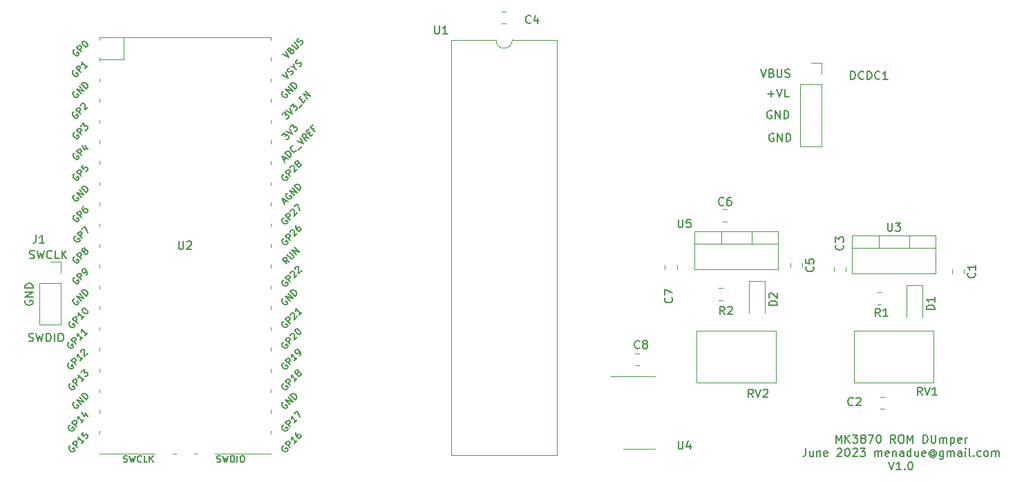
<source format=gbr>
G04 #@! TF.GenerationSoftware,KiCad,Pcbnew,5.1.5+dfsg1-2build2*
G04 #@! TF.CreationDate,2023-06-05T14:25:05+01:00*
G04 #@! TF.ProjectId,dumper_3780,64756d70-6572-45f3-9337-38302e6b6963,rev?*
G04 #@! TF.SameCoordinates,Original*
G04 #@! TF.FileFunction,Legend,Top*
G04 #@! TF.FilePolarity,Positive*
%FSLAX46Y46*%
G04 Gerber Fmt 4.6, Leading zero omitted, Abs format (unit mm)*
G04 Created by KiCad (PCBNEW 5.1.5+dfsg1-2build2) date 2023-06-05 14:25:05*
%MOMM*%
%LPD*%
G04 APERTURE LIST*
%ADD10C,0.150000*%
%ADD11C,0.120000*%
G04 APERTURE END LIST*
D10*
X183142000Y-130682904D02*
X183094380Y-130778142D01*
X183094380Y-130921000D01*
X183142000Y-131063857D01*
X183237238Y-131159095D01*
X183332476Y-131206714D01*
X183522952Y-131254333D01*
X183665809Y-131254333D01*
X183856285Y-131206714D01*
X183951523Y-131159095D01*
X184046761Y-131063857D01*
X184094380Y-130921000D01*
X184094380Y-130825761D01*
X184046761Y-130682904D01*
X183999142Y-130635285D01*
X183665809Y-130635285D01*
X183665809Y-130825761D01*
X184094380Y-130206714D02*
X183094380Y-130206714D01*
X184094380Y-129635285D01*
X183094380Y-129635285D01*
X184094380Y-129159095D02*
X183094380Y-129159095D01*
X183094380Y-128921000D01*
X183142000Y-128778142D01*
X183237238Y-128682904D01*
X183332476Y-128635285D01*
X183522952Y-128587666D01*
X183665809Y-128587666D01*
X183856285Y-128635285D01*
X183951523Y-128682904D01*
X184046761Y-128778142D01*
X184094380Y-128921000D01*
X184094380Y-129159095D01*
X183554952Y-135659761D02*
X183697809Y-135707380D01*
X183935904Y-135707380D01*
X184031142Y-135659761D01*
X184078761Y-135612142D01*
X184126380Y-135516904D01*
X184126380Y-135421666D01*
X184078761Y-135326428D01*
X184031142Y-135278809D01*
X183935904Y-135231190D01*
X183745428Y-135183571D01*
X183650190Y-135135952D01*
X183602571Y-135088333D01*
X183554952Y-134993095D01*
X183554952Y-134897857D01*
X183602571Y-134802619D01*
X183650190Y-134755000D01*
X183745428Y-134707380D01*
X183983523Y-134707380D01*
X184126380Y-134755000D01*
X184459714Y-134707380D02*
X184697809Y-135707380D01*
X184888285Y-134993095D01*
X185078761Y-135707380D01*
X185316857Y-134707380D01*
X185697809Y-135707380D02*
X185697809Y-134707380D01*
X185935904Y-134707380D01*
X186078761Y-134755000D01*
X186174000Y-134850238D01*
X186221619Y-134945476D01*
X186269238Y-135135952D01*
X186269238Y-135278809D01*
X186221619Y-135469285D01*
X186174000Y-135564523D01*
X186078761Y-135659761D01*
X185935904Y-135707380D01*
X185697809Y-135707380D01*
X186697809Y-135707380D02*
X186697809Y-134707380D01*
X187364476Y-134707380D02*
X187554952Y-134707380D01*
X187650190Y-134755000D01*
X187745428Y-134850238D01*
X187793047Y-135040714D01*
X187793047Y-135374047D01*
X187745428Y-135564523D01*
X187650190Y-135659761D01*
X187554952Y-135707380D01*
X187364476Y-135707380D01*
X187269238Y-135659761D01*
X187174000Y-135564523D01*
X187126380Y-135374047D01*
X187126380Y-135040714D01*
X187174000Y-134850238D01*
X187269238Y-134755000D01*
X187364476Y-134707380D01*
X183666095Y-125499761D02*
X183808952Y-125547380D01*
X184047047Y-125547380D01*
X184142285Y-125499761D01*
X184189904Y-125452142D01*
X184237523Y-125356904D01*
X184237523Y-125261666D01*
X184189904Y-125166428D01*
X184142285Y-125118809D01*
X184047047Y-125071190D01*
X183856571Y-125023571D01*
X183761333Y-124975952D01*
X183713714Y-124928333D01*
X183666095Y-124833095D01*
X183666095Y-124737857D01*
X183713714Y-124642619D01*
X183761333Y-124595000D01*
X183856571Y-124547380D01*
X184094666Y-124547380D01*
X184237523Y-124595000D01*
X184570857Y-124547380D02*
X184808952Y-125547380D01*
X184999428Y-124833095D01*
X185189904Y-125547380D01*
X185428000Y-124547380D01*
X186380380Y-125452142D02*
X186332761Y-125499761D01*
X186189904Y-125547380D01*
X186094666Y-125547380D01*
X185951809Y-125499761D01*
X185856571Y-125404523D01*
X185808952Y-125309285D01*
X185761333Y-125118809D01*
X185761333Y-124975952D01*
X185808952Y-124785476D01*
X185856571Y-124690238D01*
X185951809Y-124595000D01*
X186094666Y-124547380D01*
X186189904Y-124547380D01*
X186332761Y-124595000D01*
X186380380Y-124642619D01*
X187285142Y-125547380D02*
X186808952Y-125547380D01*
X186808952Y-124547380D01*
X187618476Y-125547380D02*
X187618476Y-124547380D01*
X188189904Y-125547380D02*
X187761333Y-124975952D01*
X188189904Y-124547380D02*
X187618476Y-125118809D01*
X282472809Y-148154380D02*
X282472809Y-147154380D01*
X282806142Y-147868666D01*
X283139476Y-147154380D01*
X283139476Y-148154380D01*
X283615666Y-148154380D02*
X283615666Y-147154380D01*
X284187095Y-148154380D02*
X283758523Y-147582952D01*
X284187095Y-147154380D02*
X283615666Y-147725809D01*
X284520428Y-147154380D02*
X285139476Y-147154380D01*
X284806142Y-147535333D01*
X284949000Y-147535333D01*
X285044238Y-147582952D01*
X285091857Y-147630571D01*
X285139476Y-147725809D01*
X285139476Y-147963904D01*
X285091857Y-148059142D01*
X285044238Y-148106761D01*
X284949000Y-148154380D01*
X284663285Y-148154380D01*
X284568047Y-148106761D01*
X284520428Y-148059142D01*
X285710904Y-147582952D02*
X285615666Y-147535333D01*
X285568047Y-147487714D01*
X285520428Y-147392476D01*
X285520428Y-147344857D01*
X285568047Y-147249619D01*
X285615666Y-147202000D01*
X285710904Y-147154380D01*
X285901380Y-147154380D01*
X285996619Y-147202000D01*
X286044238Y-147249619D01*
X286091857Y-147344857D01*
X286091857Y-147392476D01*
X286044238Y-147487714D01*
X285996619Y-147535333D01*
X285901380Y-147582952D01*
X285710904Y-147582952D01*
X285615666Y-147630571D01*
X285568047Y-147678190D01*
X285520428Y-147773428D01*
X285520428Y-147963904D01*
X285568047Y-148059142D01*
X285615666Y-148106761D01*
X285710904Y-148154380D01*
X285901380Y-148154380D01*
X285996619Y-148106761D01*
X286044238Y-148059142D01*
X286091857Y-147963904D01*
X286091857Y-147773428D01*
X286044238Y-147678190D01*
X285996619Y-147630571D01*
X285901380Y-147582952D01*
X286425190Y-147154380D02*
X287091857Y-147154380D01*
X286663285Y-148154380D01*
X287663285Y-147154380D02*
X287758523Y-147154380D01*
X287853761Y-147202000D01*
X287901380Y-147249619D01*
X287949000Y-147344857D01*
X287996619Y-147535333D01*
X287996619Y-147773428D01*
X287949000Y-147963904D01*
X287901380Y-148059142D01*
X287853761Y-148106761D01*
X287758523Y-148154380D01*
X287663285Y-148154380D01*
X287568047Y-148106761D01*
X287520428Y-148059142D01*
X287472809Y-147963904D01*
X287425190Y-147773428D01*
X287425190Y-147535333D01*
X287472809Y-147344857D01*
X287520428Y-147249619D01*
X287568047Y-147202000D01*
X287663285Y-147154380D01*
X289758523Y-148154380D02*
X289425190Y-147678190D01*
X289187095Y-148154380D02*
X289187095Y-147154380D01*
X289568047Y-147154380D01*
X289663285Y-147202000D01*
X289710904Y-147249619D01*
X289758523Y-147344857D01*
X289758523Y-147487714D01*
X289710904Y-147582952D01*
X289663285Y-147630571D01*
X289568047Y-147678190D01*
X289187095Y-147678190D01*
X290377571Y-147154380D02*
X290568047Y-147154380D01*
X290663285Y-147202000D01*
X290758523Y-147297238D01*
X290806142Y-147487714D01*
X290806142Y-147821047D01*
X290758523Y-148011523D01*
X290663285Y-148106761D01*
X290568047Y-148154380D01*
X290377571Y-148154380D01*
X290282333Y-148106761D01*
X290187095Y-148011523D01*
X290139476Y-147821047D01*
X290139476Y-147487714D01*
X290187095Y-147297238D01*
X290282333Y-147202000D01*
X290377571Y-147154380D01*
X291234714Y-148154380D02*
X291234714Y-147154380D01*
X291568047Y-147868666D01*
X291901380Y-147154380D01*
X291901380Y-148154380D01*
X293139476Y-148154380D02*
X293139476Y-147154380D01*
X293377571Y-147154380D01*
X293520428Y-147202000D01*
X293615666Y-147297238D01*
X293663285Y-147392476D01*
X293710904Y-147582952D01*
X293710904Y-147725809D01*
X293663285Y-147916285D01*
X293615666Y-148011523D01*
X293520428Y-148106761D01*
X293377571Y-148154380D01*
X293139476Y-148154380D01*
X294139476Y-147154380D02*
X294139476Y-147963904D01*
X294187095Y-148059142D01*
X294234714Y-148106761D01*
X294329952Y-148154380D01*
X294520428Y-148154380D01*
X294615666Y-148106761D01*
X294663285Y-148059142D01*
X294710904Y-147963904D01*
X294710904Y-147154380D01*
X295187095Y-148154380D02*
X295187095Y-147487714D01*
X295187095Y-147582952D02*
X295234714Y-147535333D01*
X295329952Y-147487714D01*
X295472809Y-147487714D01*
X295568047Y-147535333D01*
X295615666Y-147630571D01*
X295615666Y-148154380D01*
X295615666Y-147630571D02*
X295663285Y-147535333D01*
X295758523Y-147487714D01*
X295901380Y-147487714D01*
X295996619Y-147535333D01*
X296044238Y-147630571D01*
X296044238Y-148154380D01*
X296520428Y-147487714D02*
X296520428Y-148487714D01*
X296520428Y-147535333D02*
X296615666Y-147487714D01*
X296806142Y-147487714D01*
X296901380Y-147535333D01*
X296949000Y-147582952D01*
X296996619Y-147678190D01*
X296996619Y-147963904D01*
X296949000Y-148059142D01*
X296901380Y-148106761D01*
X296806142Y-148154380D01*
X296615666Y-148154380D01*
X296520428Y-148106761D01*
X297806142Y-148106761D02*
X297710904Y-148154380D01*
X297520428Y-148154380D01*
X297425190Y-148106761D01*
X297377571Y-148011523D01*
X297377571Y-147630571D01*
X297425190Y-147535333D01*
X297520428Y-147487714D01*
X297710904Y-147487714D01*
X297806142Y-147535333D01*
X297853761Y-147630571D01*
X297853761Y-147725809D01*
X297377571Y-147821047D01*
X298282333Y-148154380D02*
X298282333Y-147487714D01*
X298282333Y-147678190D02*
X298329952Y-147582952D01*
X298377571Y-147535333D01*
X298472809Y-147487714D01*
X298568047Y-147487714D01*
X278758523Y-148804380D02*
X278758523Y-149518666D01*
X278710904Y-149661523D01*
X278615666Y-149756761D01*
X278472809Y-149804380D01*
X278377571Y-149804380D01*
X279663285Y-149137714D02*
X279663285Y-149804380D01*
X279234714Y-149137714D02*
X279234714Y-149661523D01*
X279282333Y-149756761D01*
X279377571Y-149804380D01*
X279520428Y-149804380D01*
X279615666Y-149756761D01*
X279663285Y-149709142D01*
X280139476Y-149137714D02*
X280139476Y-149804380D01*
X280139476Y-149232952D02*
X280187095Y-149185333D01*
X280282333Y-149137714D01*
X280425190Y-149137714D01*
X280520428Y-149185333D01*
X280568047Y-149280571D01*
X280568047Y-149804380D01*
X281425190Y-149756761D02*
X281329952Y-149804380D01*
X281139476Y-149804380D01*
X281044238Y-149756761D01*
X280996619Y-149661523D01*
X280996619Y-149280571D01*
X281044238Y-149185333D01*
X281139476Y-149137714D01*
X281329952Y-149137714D01*
X281425190Y-149185333D01*
X281472809Y-149280571D01*
X281472809Y-149375809D01*
X280996619Y-149471047D01*
X282615666Y-148899619D02*
X282663285Y-148852000D01*
X282758523Y-148804380D01*
X282996619Y-148804380D01*
X283091857Y-148852000D01*
X283139476Y-148899619D01*
X283187095Y-148994857D01*
X283187095Y-149090095D01*
X283139476Y-149232952D01*
X282568047Y-149804380D01*
X283187095Y-149804380D01*
X283806142Y-148804380D02*
X283901380Y-148804380D01*
X283996619Y-148852000D01*
X284044238Y-148899619D01*
X284091857Y-148994857D01*
X284139476Y-149185333D01*
X284139476Y-149423428D01*
X284091857Y-149613904D01*
X284044238Y-149709142D01*
X283996619Y-149756761D01*
X283901380Y-149804380D01*
X283806142Y-149804380D01*
X283710904Y-149756761D01*
X283663285Y-149709142D01*
X283615666Y-149613904D01*
X283568047Y-149423428D01*
X283568047Y-149185333D01*
X283615666Y-148994857D01*
X283663285Y-148899619D01*
X283710904Y-148852000D01*
X283806142Y-148804380D01*
X284520428Y-148899619D02*
X284568047Y-148852000D01*
X284663285Y-148804380D01*
X284901380Y-148804380D01*
X284996619Y-148852000D01*
X285044238Y-148899619D01*
X285091857Y-148994857D01*
X285091857Y-149090095D01*
X285044238Y-149232952D01*
X284472809Y-149804380D01*
X285091857Y-149804380D01*
X285425190Y-148804380D02*
X286044238Y-148804380D01*
X285710904Y-149185333D01*
X285853761Y-149185333D01*
X285949000Y-149232952D01*
X285996619Y-149280571D01*
X286044238Y-149375809D01*
X286044238Y-149613904D01*
X285996619Y-149709142D01*
X285949000Y-149756761D01*
X285853761Y-149804380D01*
X285568047Y-149804380D01*
X285472809Y-149756761D01*
X285425190Y-149709142D01*
X287234714Y-149804380D02*
X287234714Y-149137714D01*
X287234714Y-149232952D02*
X287282333Y-149185333D01*
X287377571Y-149137714D01*
X287520428Y-149137714D01*
X287615666Y-149185333D01*
X287663285Y-149280571D01*
X287663285Y-149804380D01*
X287663285Y-149280571D02*
X287710904Y-149185333D01*
X287806142Y-149137714D01*
X287949000Y-149137714D01*
X288044238Y-149185333D01*
X288091857Y-149280571D01*
X288091857Y-149804380D01*
X288949000Y-149756761D02*
X288853761Y-149804380D01*
X288663285Y-149804380D01*
X288568047Y-149756761D01*
X288520428Y-149661523D01*
X288520428Y-149280571D01*
X288568047Y-149185333D01*
X288663285Y-149137714D01*
X288853761Y-149137714D01*
X288949000Y-149185333D01*
X288996619Y-149280571D01*
X288996619Y-149375809D01*
X288520428Y-149471047D01*
X289425190Y-149137714D02*
X289425190Y-149804380D01*
X289425190Y-149232952D02*
X289472809Y-149185333D01*
X289568047Y-149137714D01*
X289710904Y-149137714D01*
X289806142Y-149185333D01*
X289853761Y-149280571D01*
X289853761Y-149804380D01*
X290758523Y-149804380D02*
X290758523Y-149280571D01*
X290710904Y-149185333D01*
X290615666Y-149137714D01*
X290425190Y-149137714D01*
X290329952Y-149185333D01*
X290758523Y-149756761D02*
X290663285Y-149804380D01*
X290425190Y-149804380D01*
X290329952Y-149756761D01*
X290282333Y-149661523D01*
X290282333Y-149566285D01*
X290329952Y-149471047D01*
X290425190Y-149423428D01*
X290663285Y-149423428D01*
X290758523Y-149375809D01*
X291663285Y-149804380D02*
X291663285Y-148804380D01*
X291663285Y-149756761D02*
X291568047Y-149804380D01*
X291377571Y-149804380D01*
X291282333Y-149756761D01*
X291234714Y-149709142D01*
X291187095Y-149613904D01*
X291187095Y-149328190D01*
X291234714Y-149232952D01*
X291282333Y-149185333D01*
X291377571Y-149137714D01*
X291568047Y-149137714D01*
X291663285Y-149185333D01*
X292568047Y-149137714D02*
X292568047Y-149804380D01*
X292139476Y-149137714D02*
X292139476Y-149661523D01*
X292187095Y-149756761D01*
X292282333Y-149804380D01*
X292425190Y-149804380D01*
X292520428Y-149756761D01*
X292568047Y-149709142D01*
X293425190Y-149756761D02*
X293329952Y-149804380D01*
X293139476Y-149804380D01*
X293044238Y-149756761D01*
X292996619Y-149661523D01*
X292996619Y-149280571D01*
X293044238Y-149185333D01*
X293139476Y-149137714D01*
X293329952Y-149137714D01*
X293425190Y-149185333D01*
X293472809Y-149280571D01*
X293472809Y-149375809D01*
X292996619Y-149471047D01*
X294520428Y-149328190D02*
X294472809Y-149280571D01*
X294377571Y-149232952D01*
X294282333Y-149232952D01*
X294187095Y-149280571D01*
X294139476Y-149328190D01*
X294091857Y-149423428D01*
X294091857Y-149518666D01*
X294139476Y-149613904D01*
X294187095Y-149661523D01*
X294282333Y-149709142D01*
X294377571Y-149709142D01*
X294472809Y-149661523D01*
X294520428Y-149613904D01*
X294520428Y-149232952D02*
X294520428Y-149613904D01*
X294568047Y-149661523D01*
X294615666Y-149661523D01*
X294710904Y-149613904D01*
X294758523Y-149518666D01*
X294758523Y-149280571D01*
X294663285Y-149137714D01*
X294520428Y-149042476D01*
X294329952Y-148994857D01*
X294139476Y-149042476D01*
X293996619Y-149137714D01*
X293901380Y-149280571D01*
X293853761Y-149471047D01*
X293901380Y-149661523D01*
X293996619Y-149804380D01*
X294139476Y-149899619D01*
X294329952Y-149947238D01*
X294520428Y-149899619D01*
X294663285Y-149804380D01*
X295615666Y-149137714D02*
X295615666Y-149947238D01*
X295568047Y-150042476D01*
X295520428Y-150090095D01*
X295425190Y-150137714D01*
X295282333Y-150137714D01*
X295187095Y-150090095D01*
X295615666Y-149756761D02*
X295520428Y-149804380D01*
X295329952Y-149804380D01*
X295234714Y-149756761D01*
X295187095Y-149709142D01*
X295139476Y-149613904D01*
X295139476Y-149328190D01*
X295187095Y-149232952D01*
X295234714Y-149185333D01*
X295329952Y-149137714D01*
X295520428Y-149137714D01*
X295615666Y-149185333D01*
X296091857Y-149804380D02*
X296091857Y-149137714D01*
X296091857Y-149232952D02*
X296139476Y-149185333D01*
X296234714Y-149137714D01*
X296377571Y-149137714D01*
X296472809Y-149185333D01*
X296520428Y-149280571D01*
X296520428Y-149804380D01*
X296520428Y-149280571D02*
X296568047Y-149185333D01*
X296663285Y-149137714D01*
X296806142Y-149137714D01*
X296901380Y-149185333D01*
X296949000Y-149280571D01*
X296949000Y-149804380D01*
X297853761Y-149804380D02*
X297853761Y-149280571D01*
X297806142Y-149185333D01*
X297710904Y-149137714D01*
X297520428Y-149137714D01*
X297425190Y-149185333D01*
X297853761Y-149756761D02*
X297758523Y-149804380D01*
X297520428Y-149804380D01*
X297425190Y-149756761D01*
X297377571Y-149661523D01*
X297377571Y-149566285D01*
X297425190Y-149471047D01*
X297520428Y-149423428D01*
X297758523Y-149423428D01*
X297853761Y-149375809D01*
X298329952Y-149804380D02*
X298329952Y-149137714D01*
X298329952Y-148804380D02*
X298282333Y-148852000D01*
X298329952Y-148899619D01*
X298377571Y-148852000D01*
X298329952Y-148804380D01*
X298329952Y-148899619D01*
X298949000Y-149804380D02*
X298853761Y-149756761D01*
X298806142Y-149661523D01*
X298806142Y-148804380D01*
X299329952Y-149709142D02*
X299377571Y-149756761D01*
X299329952Y-149804380D01*
X299282333Y-149756761D01*
X299329952Y-149709142D01*
X299329952Y-149804380D01*
X300234714Y-149756761D02*
X300139476Y-149804380D01*
X299949000Y-149804380D01*
X299853761Y-149756761D01*
X299806142Y-149709142D01*
X299758523Y-149613904D01*
X299758523Y-149328190D01*
X299806142Y-149232952D01*
X299853761Y-149185333D01*
X299949000Y-149137714D01*
X300139476Y-149137714D01*
X300234714Y-149185333D01*
X300806142Y-149804380D02*
X300710904Y-149756761D01*
X300663285Y-149709142D01*
X300615666Y-149613904D01*
X300615666Y-149328190D01*
X300663285Y-149232952D01*
X300710904Y-149185333D01*
X300806142Y-149137714D01*
X300949000Y-149137714D01*
X301044238Y-149185333D01*
X301091857Y-149232952D01*
X301139476Y-149328190D01*
X301139476Y-149613904D01*
X301091857Y-149709142D01*
X301044238Y-149756761D01*
X300949000Y-149804380D01*
X300806142Y-149804380D01*
X301568047Y-149804380D02*
X301568047Y-149137714D01*
X301568047Y-149232952D02*
X301615666Y-149185333D01*
X301710904Y-149137714D01*
X301853761Y-149137714D01*
X301949000Y-149185333D01*
X301996619Y-149280571D01*
X301996619Y-149804380D01*
X301996619Y-149280571D02*
X302044238Y-149185333D01*
X302139476Y-149137714D01*
X302282333Y-149137714D01*
X302377571Y-149185333D01*
X302425190Y-149280571D01*
X302425190Y-149804380D01*
X288925190Y-150454380D02*
X289258523Y-151454380D01*
X289591857Y-150454380D01*
X290449000Y-151454380D02*
X289877571Y-151454380D01*
X290163285Y-151454380D02*
X290163285Y-150454380D01*
X290068047Y-150597238D01*
X289972809Y-150692476D01*
X289877571Y-150740095D01*
X290877571Y-151359142D02*
X290925190Y-151406761D01*
X290877571Y-151454380D01*
X290829952Y-151406761D01*
X290877571Y-151359142D01*
X290877571Y-151454380D01*
X291544238Y-150454380D02*
X291639476Y-150454380D01*
X291734714Y-150502000D01*
X291782333Y-150549619D01*
X291829952Y-150644857D01*
X291877571Y-150835333D01*
X291877571Y-151073428D01*
X291829952Y-151263904D01*
X291782333Y-151359142D01*
X291734714Y-151406761D01*
X291639476Y-151454380D01*
X291544238Y-151454380D01*
X291449000Y-151406761D01*
X291401380Y-151359142D01*
X291353761Y-151263904D01*
X291306142Y-151073428D01*
X291306142Y-150835333D01*
X291353761Y-150644857D01*
X291401380Y-150549619D01*
X291449000Y-150502000D01*
X291544238Y-150454380D01*
X274828095Y-110244000D02*
X274732857Y-110196380D01*
X274590000Y-110196380D01*
X274447142Y-110244000D01*
X274351904Y-110339238D01*
X274304285Y-110434476D01*
X274256666Y-110624952D01*
X274256666Y-110767809D01*
X274304285Y-110958285D01*
X274351904Y-111053523D01*
X274447142Y-111148761D01*
X274590000Y-111196380D01*
X274685238Y-111196380D01*
X274828095Y-111148761D01*
X274875714Y-111101142D01*
X274875714Y-110767809D01*
X274685238Y-110767809D01*
X275304285Y-111196380D02*
X275304285Y-110196380D01*
X275875714Y-111196380D01*
X275875714Y-110196380D01*
X276351904Y-111196380D02*
X276351904Y-110196380D01*
X276590000Y-110196380D01*
X276732857Y-110244000D01*
X276828095Y-110339238D01*
X276875714Y-110434476D01*
X276923333Y-110624952D01*
X276923333Y-110767809D01*
X276875714Y-110958285D01*
X276828095Y-111053523D01*
X276732857Y-111148761D01*
X276590000Y-111196380D01*
X276351904Y-111196380D01*
X274574095Y-107450000D02*
X274478857Y-107402380D01*
X274336000Y-107402380D01*
X274193142Y-107450000D01*
X274097904Y-107545238D01*
X274050285Y-107640476D01*
X274002666Y-107830952D01*
X274002666Y-107973809D01*
X274050285Y-108164285D01*
X274097904Y-108259523D01*
X274193142Y-108354761D01*
X274336000Y-108402380D01*
X274431238Y-108402380D01*
X274574095Y-108354761D01*
X274621714Y-108307142D01*
X274621714Y-107973809D01*
X274431238Y-107973809D01*
X275050285Y-108402380D02*
X275050285Y-107402380D01*
X275621714Y-108402380D01*
X275621714Y-107402380D01*
X276097904Y-108402380D02*
X276097904Y-107402380D01*
X276336000Y-107402380D01*
X276478857Y-107450000D01*
X276574095Y-107545238D01*
X276621714Y-107640476D01*
X276669333Y-107830952D01*
X276669333Y-107973809D01*
X276621714Y-108164285D01*
X276574095Y-108259523D01*
X276478857Y-108354761D01*
X276336000Y-108402380D01*
X276097904Y-108402380D01*
X274121714Y-105354428D02*
X274883619Y-105354428D01*
X274502666Y-105735380D02*
X274502666Y-104973476D01*
X275216952Y-104735380D02*
X275550285Y-105735380D01*
X275883619Y-104735380D01*
X276693142Y-105735380D02*
X276216952Y-105735380D01*
X276216952Y-104735380D01*
X273248666Y-102322380D02*
X273582000Y-103322380D01*
X273915333Y-102322380D01*
X274582000Y-102798571D02*
X274724857Y-102846190D01*
X274772476Y-102893809D01*
X274820095Y-102989047D01*
X274820095Y-103131904D01*
X274772476Y-103227142D01*
X274724857Y-103274761D01*
X274629619Y-103322380D01*
X274248666Y-103322380D01*
X274248666Y-102322380D01*
X274582000Y-102322380D01*
X274677238Y-102370000D01*
X274724857Y-102417619D01*
X274772476Y-102512857D01*
X274772476Y-102608095D01*
X274724857Y-102703333D01*
X274677238Y-102750952D01*
X274582000Y-102798571D01*
X274248666Y-102798571D01*
X275248666Y-102322380D02*
X275248666Y-103131904D01*
X275296285Y-103227142D01*
X275343904Y-103274761D01*
X275439142Y-103322380D01*
X275629619Y-103322380D01*
X275724857Y-103274761D01*
X275772476Y-103227142D01*
X275820095Y-103131904D01*
X275820095Y-102322380D01*
X276248666Y-103274761D02*
X276391523Y-103322380D01*
X276629619Y-103322380D01*
X276724857Y-103274761D01*
X276772476Y-103227142D01*
X276820095Y-103131904D01*
X276820095Y-103036666D01*
X276772476Y-102941428D01*
X276724857Y-102893809D01*
X276629619Y-102846190D01*
X276439142Y-102798571D01*
X276343904Y-102750952D01*
X276296285Y-102703333D01*
X276248666Y-102608095D01*
X276248666Y-102512857D01*
X276296285Y-102417619D01*
X276343904Y-102370000D01*
X276439142Y-102322380D01*
X276677238Y-102322380D01*
X276820095Y-102370000D01*
D11*
X186182000Y-125924000D02*
X187512000Y-125924000D01*
X187512000Y-125924000D02*
X187512000Y-127254000D01*
X187512000Y-128524000D02*
X187512000Y-133664000D01*
X184852000Y-133664000D02*
X187512000Y-133664000D01*
X184852000Y-128524000D02*
X184852000Y-133664000D01*
X184852000Y-128524000D02*
X187512000Y-128524000D01*
X279400000Y-101540000D02*
X280730000Y-101540000D01*
X280730000Y-101540000D02*
X280730000Y-102870000D01*
X280730000Y-104140000D02*
X280730000Y-111820000D01*
X278070000Y-111820000D02*
X280730000Y-111820000D01*
X278070000Y-104140000D02*
X278070000Y-111820000D01*
X278070000Y-104140000D02*
X280730000Y-104140000D01*
X248268000Y-98746000D02*
X242808000Y-98746000D01*
X248268000Y-149666000D02*
X248268000Y-98746000D01*
X235348000Y-149666000D02*
X248268000Y-149666000D01*
X235348000Y-98746000D02*
X235348000Y-149666000D01*
X240808000Y-98746000D02*
X235348000Y-98746000D01*
X242808000Y-98746000D02*
G75*
G02X240808000Y-98746000I-1000000J0D01*
G01*
X192192000Y-98452000D02*
X213192000Y-98452000D01*
X198992000Y-149452000D02*
X192192000Y-149452000D01*
X192192000Y-101119000D02*
X195199000Y-101119000D01*
X195199000Y-101119000D02*
X195199000Y-98452000D01*
X192192000Y-98452000D02*
X192192000Y-98752000D01*
X192192000Y-100852000D02*
X192192000Y-101252000D01*
X192192000Y-103452000D02*
X192192000Y-103852000D01*
X192192000Y-105952000D02*
X192192000Y-106352000D01*
X192192000Y-108552000D02*
X192192000Y-108952000D01*
X192192000Y-111052000D02*
X192192000Y-111452000D01*
X192192000Y-113552000D02*
X192192000Y-113952000D01*
X192192000Y-116152000D02*
X192192000Y-116552000D01*
X192192000Y-118652000D02*
X192192000Y-119052000D01*
X192192000Y-121252000D02*
X192192000Y-121652000D01*
X192192000Y-123752000D02*
X192192000Y-124152000D01*
X192192000Y-126252000D02*
X192192000Y-126652000D01*
X192192000Y-128852000D02*
X192192000Y-129252000D01*
X192192000Y-131352000D02*
X192192000Y-131752000D01*
X192192000Y-133952000D02*
X192192000Y-134352000D01*
X192192000Y-136452000D02*
X192192000Y-136852000D01*
X192192000Y-139052000D02*
X192192000Y-139452000D01*
X192192000Y-141552000D02*
X192192000Y-141952000D01*
X192192000Y-144052000D02*
X192192000Y-144452000D01*
X192192000Y-146652000D02*
X192192000Y-147052000D01*
X213192000Y-113552000D02*
X213192000Y-113952000D01*
X213192000Y-118652000D02*
X213192000Y-119052000D01*
X213192000Y-126252000D02*
X213192000Y-126652000D01*
X213192000Y-133952000D02*
X213192000Y-134352000D01*
X213192000Y-103452000D02*
X213192000Y-103852000D01*
X213192000Y-100852000D02*
X213192000Y-101252000D01*
X213192000Y-108552000D02*
X213192000Y-108952000D01*
X213192000Y-141552000D02*
X213192000Y-141952000D01*
X213192000Y-146652000D02*
X213192000Y-147052000D01*
X213192000Y-144052000D02*
X213192000Y-144452000D01*
X213192000Y-128852000D02*
X213192000Y-129252000D01*
X213192000Y-123752000D02*
X213192000Y-124152000D01*
X213192000Y-111052000D02*
X213192000Y-111452000D01*
X213192000Y-116152000D02*
X213192000Y-116552000D01*
X213192000Y-136452000D02*
X213192000Y-136852000D01*
X213192000Y-121252000D02*
X213192000Y-121652000D01*
X213192000Y-98452000D02*
X213192000Y-98752000D01*
X213192000Y-105952000D02*
X213192000Y-106352000D01*
X213192000Y-131352000D02*
X213192000Y-131752000D01*
X213192000Y-139052000D02*
X213192000Y-139452000D01*
X213192000Y-149452000D02*
X206392000Y-149452000D01*
X201192000Y-149452000D02*
X201592000Y-149452000D01*
X203792000Y-149452000D02*
X204192000Y-149452000D01*
X258318000Y-139964000D02*
X254868000Y-139964000D01*
X258318000Y-139964000D02*
X260268000Y-139964000D01*
X258318000Y-148834000D02*
X256368000Y-148834000D01*
X258318000Y-148834000D02*
X260268000Y-148834000D01*
X272107000Y-122206000D02*
X272107000Y-123716000D01*
X268406000Y-122206000D02*
X268406000Y-123716000D01*
X265136000Y-123716000D02*
X275376000Y-123716000D01*
X275376000Y-122206000D02*
X275376000Y-126847000D01*
X265136000Y-122206000D02*
X265136000Y-126847000D01*
X265136000Y-126847000D02*
X275376000Y-126847000D01*
X265136000Y-122206000D02*
X275376000Y-122206000D01*
X291411000Y-122714000D02*
X291411000Y-124224000D01*
X287710000Y-122714000D02*
X287710000Y-124224000D01*
X284440000Y-124224000D02*
X294680000Y-124224000D01*
X294680000Y-122714000D02*
X294680000Y-127355000D01*
X284440000Y-122714000D02*
X284440000Y-127355000D01*
X284440000Y-127355000D02*
X294680000Y-127355000D01*
X284440000Y-122714000D02*
X294680000Y-122714000D01*
X265371000Y-140714000D02*
X265371000Y-134374000D01*
X275141000Y-140714000D02*
X275141000Y-134374000D01*
X275141000Y-134374000D02*
X265371000Y-134374000D01*
X275141000Y-140714000D02*
X265371000Y-140714000D01*
X284675000Y-140714000D02*
X284675000Y-134374000D01*
X294445000Y-140714000D02*
X294445000Y-134374000D01*
X294445000Y-134374000D02*
X284675000Y-134374000D01*
X294445000Y-140714000D02*
X284675000Y-140714000D01*
X268578064Y-129186000D02*
X268123936Y-129186000D01*
X268578064Y-130656000D02*
X268123936Y-130656000D01*
X288009064Y-129694000D02*
X287554936Y-129694000D01*
X288009064Y-131164000D02*
X287554936Y-131164000D01*
X273796000Y-128306000D02*
X273796000Y-132206000D01*
X271796000Y-128306000D02*
X271796000Y-132206000D01*
X273796000Y-128306000D02*
X271796000Y-128306000D01*
X293100000Y-128814000D02*
X293100000Y-132714000D01*
X291100000Y-128814000D02*
X291100000Y-132714000D01*
X293100000Y-128814000D02*
X291100000Y-128814000D01*
X258325252Y-137187000D02*
X257802748Y-137187000D01*
X258325252Y-138657000D02*
X257802748Y-138657000D01*
X261520000Y-126357748D02*
X261520000Y-126880252D01*
X262990000Y-126357748D02*
X262990000Y-126880252D01*
X268619248Y-121004000D02*
X269141752Y-121004000D01*
X268619248Y-119534000D02*
X269141752Y-119534000D01*
X276887000Y-126103748D02*
X276887000Y-126626252D01*
X278357000Y-126103748D02*
X278357000Y-126626252D01*
X242047752Y-95277000D02*
X241525248Y-95277000D01*
X242047752Y-96747000D02*
X241525248Y-96747000D01*
X282221000Y-126611748D02*
X282221000Y-127134252D01*
X283691000Y-126611748D02*
X283691000Y-127134252D01*
X287880248Y-143991000D02*
X288402752Y-143991000D01*
X287880248Y-142521000D02*
X288402752Y-142521000D01*
X296699000Y-126865748D02*
X296699000Y-127388252D01*
X298169000Y-126865748D02*
X298169000Y-127388252D01*
D10*
X184451666Y-122642380D02*
X184451666Y-123356666D01*
X184404047Y-123499523D01*
X184308809Y-123594761D01*
X184165952Y-123642380D01*
X184070714Y-123642380D01*
X185451666Y-123642380D02*
X184880238Y-123642380D01*
X185165952Y-123642380D02*
X185165952Y-122642380D01*
X185070714Y-122785238D01*
X184975476Y-122880476D01*
X184880238Y-122928095D01*
X284273904Y-103576380D02*
X284273904Y-102576380D01*
X284512000Y-102576380D01*
X284654857Y-102624000D01*
X284750095Y-102719238D01*
X284797714Y-102814476D01*
X284845333Y-103004952D01*
X284845333Y-103147809D01*
X284797714Y-103338285D01*
X284750095Y-103433523D01*
X284654857Y-103528761D01*
X284512000Y-103576380D01*
X284273904Y-103576380D01*
X285845333Y-103481142D02*
X285797714Y-103528761D01*
X285654857Y-103576380D01*
X285559619Y-103576380D01*
X285416761Y-103528761D01*
X285321523Y-103433523D01*
X285273904Y-103338285D01*
X285226285Y-103147809D01*
X285226285Y-103004952D01*
X285273904Y-102814476D01*
X285321523Y-102719238D01*
X285416761Y-102624000D01*
X285559619Y-102576380D01*
X285654857Y-102576380D01*
X285797714Y-102624000D01*
X285845333Y-102671619D01*
X286273904Y-103576380D02*
X286273904Y-102576380D01*
X286512000Y-102576380D01*
X286654857Y-102624000D01*
X286750095Y-102719238D01*
X286797714Y-102814476D01*
X286845333Y-103004952D01*
X286845333Y-103147809D01*
X286797714Y-103338285D01*
X286750095Y-103433523D01*
X286654857Y-103528761D01*
X286512000Y-103576380D01*
X286273904Y-103576380D01*
X287845333Y-103481142D02*
X287797714Y-103528761D01*
X287654857Y-103576380D01*
X287559619Y-103576380D01*
X287416761Y-103528761D01*
X287321523Y-103433523D01*
X287273904Y-103338285D01*
X287226285Y-103147809D01*
X287226285Y-103004952D01*
X287273904Y-102814476D01*
X287321523Y-102719238D01*
X287416761Y-102624000D01*
X287559619Y-102576380D01*
X287654857Y-102576380D01*
X287797714Y-102624000D01*
X287845333Y-102671619D01*
X288797714Y-103576380D02*
X288226285Y-103576380D01*
X288512000Y-103576380D02*
X288512000Y-102576380D01*
X288416761Y-102719238D01*
X288321523Y-102814476D01*
X288226285Y-102862095D01*
X233299095Y-96988380D02*
X233299095Y-97797904D01*
X233346714Y-97893142D01*
X233394333Y-97940761D01*
X233489571Y-97988380D01*
X233680047Y-97988380D01*
X233775285Y-97940761D01*
X233822904Y-97893142D01*
X233870523Y-97797904D01*
X233870523Y-96988380D01*
X234870523Y-97988380D02*
X234299095Y-97988380D01*
X234584809Y-97988380D02*
X234584809Y-96988380D01*
X234489571Y-97131238D01*
X234394333Y-97226476D01*
X234299095Y-97274095D01*
X201930095Y-123404380D02*
X201930095Y-124213904D01*
X201977714Y-124309142D01*
X202025333Y-124356761D01*
X202120571Y-124404380D01*
X202311047Y-124404380D01*
X202406285Y-124356761D01*
X202453904Y-124309142D01*
X202501523Y-124213904D01*
X202501523Y-123404380D01*
X202930095Y-123499619D02*
X202977714Y-123452000D01*
X203072952Y-123404380D01*
X203311047Y-123404380D01*
X203406285Y-123452000D01*
X203453904Y-123499619D01*
X203501523Y-123594857D01*
X203501523Y-123690095D01*
X203453904Y-123832952D01*
X202882476Y-124404380D01*
X203501523Y-124404380D01*
X206596761Y-150475809D02*
X206711047Y-150513904D01*
X206901523Y-150513904D01*
X206977714Y-150475809D01*
X207015809Y-150437714D01*
X207053904Y-150361523D01*
X207053904Y-150285333D01*
X207015809Y-150209142D01*
X206977714Y-150171047D01*
X206901523Y-150132952D01*
X206749142Y-150094857D01*
X206672952Y-150056761D01*
X206634857Y-150018666D01*
X206596761Y-149942476D01*
X206596761Y-149866285D01*
X206634857Y-149790095D01*
X206672952Y-149752000D01*
X206749142Y-149713904D01*
X206939619Y-149713904D01*
X207053904Y-149752000D01*
X207320571Y-149713904D02*
X207511047Y-150513904D01*
X207663428Y-149942476D01*
X207815809Y-150513904D01*
X208006285Y-149713904D01*
X208311047Y-150513904D02*
X208311047Y-149713904D01*
X208501523Y-149713904D01*
X208615809Y-149752000D01*
X208692000Y-149828190D01*
X208730095Y-149904380D01*
X208768190Y-150056761D01*
X208768190Y-150171047D01*
X208730095Y-150323428D01*
X208692000Y-150399619D01*
X208615809Y-150475809D01*
X208501523Y-150513904D01*
X208311047Y-150513904D01*
X209111047Y-150513904D02*
X209111047Y-149713904D01*
X209644380Y-149713904D02*
X209796761Y-149713904D01*
X209872952Y-149752000D01*
X209949142Y-149828190D01*
X209987238Y-149980571D01*
X209987238Y-150247238D01*
X209949142Y-150399619D01*
X209872952Y-150475809D01*
X209796761Y-150513904D01*
X209644380Y-150513904D01*
X209568190Y-150475809D01*
X209492000Y-150399619D01*
X209453904Y-150247238D01*
X209453904Y-149980571D01*
X209492000Y-149828190D01*
X209568190Y-149752000D01*
X209644380Y-149713904D01*
X195182476Y-150475809D02*
X195296761Y-150513904D01*
X195487238Y-150513904D01*
X195563428Y-150475809D01*
X195601523Y-150437714D01*
X195639619Y-150361523D01*
X195639619Y-150285333D01*
X195601523Y-150209142D01*
X195563428Y-150171047D01*
X195487238Y-150132952D01*
X195334857Y-150094857D01*
X195258666Y-150056761D01*
X195220571Y-150018666D01*
X195182476Y-149942476D01*
X195182476Y-149866285D01*
X195220571Y-149790095D01*
X195258666Y-149752000D01*
X195334857Y-149713904D01*
X195525333Y-149713904D01*
X195639619Y-149752000D01*
X195906285Y-149713904D02*
X196096761Y-150513904D01*
X196249142Y-149942476D01*
X196401523Y-150513904D01*
X196592000Y-149713904D01*
X197353904Y-150437714D02*
X197315809Y-150475809D01*
X197201523Y-150513904D01*
X197125333Y-150513904D01*
X197011047Y-150475809D01*
X196934857Y-150399619D01*
X196896761Y-150323428D01*
X196858666Y-150171047D01*
X196858666Y-150056761D01*
X196896761Y-149904380D01*
X196934857Y-149828190D01*
X197011047Y-149752000D01*
X197125333Y-149713904D01*
X197201523Y-149713904D01*
X197315809Y-149752000D01*
X197353904Y-149790095D01*
X198077714Y-150513904D02*
X197696761Y-150513904D01*
X197696761Y-149713904D01*
X198344380Y-150513904D02*
X198344380Y-149713904D01*
X198801523Y-150513904D02*
X198458666Y-150056761D01*
X198801523Y-149713904D02*
X198344380Y-150171047D01*
X214843597Y-118692964D02*
X215112971Y-118423590D01*
X214951346Y-118908463D02*
X214574223Y-118154216D01*
X215328470Y-118531340D01*
X215274595Y-117507719D02*
X215193783Y-117534656D01*
X215112971Y-117615468D01*
X215059096Y-117723218D01*
X215059096Y-117830967D01*
X215086033Y-117911780D01*
X215166845Y-118046467D01*
X215247658Y-118127279D01*
X215382345Y-118208091D01*
X215463157Y-118235028D01*
X215570906Y-118235028D01*
X215678656Y-118181154D01*
X215732531Y-118127279D01*
X215786406Y-118019529D01*
X215786406Y-117965654D01*
X215597844Y-117777093D01*
X215490094Y-117884842D01*
X216082717Y-117777093D02*
X215517032Y-117211407D01*
X216405966Y-117453844D01*
X215840280Y-116888158D01*
X216675340Y-117184470D02*
X216109654Y-116618784D01*
X216244341Y-116484097D01*
X216352091Y-116430223D01*
X216459841Y-116430223D01*
X216540653Y-116457160D01*
X216675340Y-116537972D01*
X216756152Y-116618784D01*
X216836964Y-116753471D01*
X216863902Y-116834284D01*
X216863902Y-116942033D01*
X216810027Y-117049783D01*
X216675340Y-117184470D01*
X214778158Y-105050155D02*
X214697346Y-105077093D01*
X214616534Y-105157905D01*
X214562659Y-105265654D01*
X214562659Y-105373404D01*
X214589597Y-105454216D01*
X214670409Y-105588903D01*
X214751221Y-105669715D01*
X214885908Y-105750528D01*
X214966720Y-105777465D01*
X215074470Y-105777465D01*
X215182219Y-105723590D01*
X215236094Y-105669715D01*
X215289969Y-105561966D01*
X215289969Y-105508091D01*
X215101407Y-105319529D01*
X214993658Y-105427279D01*
X215586280Y-105319529D02*
X215020595Y-104753844D01*
X215909529Y-104996280D01*
X215343844Y-104430595D01*
X216178903Y-104726906D02*
X215613218Y-104161221D01*
X215747905Y-104026534D01*
X215855654Y-103972659D01*
X215963404Y-103972659D01*
X216044216Y-103999597D01*
X216178903Y-104080409D01*
X216259715Y-104161221D01*
X216340528Y-104295908D01*
X216367465Y-104376720D01*
X216367465Y-104484470D01*
X216313590Y-104592219D01*
X216178903Y-104726906D01*
X214778158Y-130450155D02*
X214697346Y-130477093D01*
X214616534Y-130557905D01*
X214562659Y-130665654D01*
X214562659Y-130773404D01*
X214589597Y-130854216D01*
X214670409Y-130988903D01*
X214751221Y-131069715D01*
X214885908Y-131150528D01*
X214966720Y-131177465D01*
X215074470Y-131177465D01*
X215182219Y-131123590D01*
X215236094Y-131069715D01*
X215289969Y-130961966D01*
X215289969Y-130908091D01*
X215101407Y-130719529D01*
X214993658Y-130827279D01*
X215586280Y-130719529D02*
X215020595Y-130153844D01*
X215909529Y-130396280D01*
X215343844Y-129830595D01*
X216178903Y-130126906D02*
X215613218Y-129561221D01*
X215747905Y-129426534D01*
X215855654Y-129372659D01*
X215963404Y-129372659D01*
X216044216Y-129399597D01*
X216178903Y-129480409D01*
X216259715Y-129561221D01*
X216340528Y-129695908D01*
X216367465Y-129776720D01*
X216367465Y-129884470D01*
X216313590Y-129992219D01*
X216178903Y-130126906D01*
X214778158Y-143150155D02*
X214697346Y-143177093D01*
X214616534Y-143257905D01*
X214562659Y-143365654D01*
X214562659Y-143473404D01*
X214589597Y-143554216D01*
X214670409Y-143688903D01*
X214751221Y-143769715D01*
X214885908Y-143850528D01*
X214966720Y-143877465D01*
X215074470Y-143877465D01*
X215182219Y-143823590D01*
X215236094Y-143769715D01*
X215289969Y-143661966D01*
X215289969Y-143608091D01*
X215101407Y-143419529D01*
X214993658Y-143527279D01*
X215586280Y-143419529D02*
X215020595Y-142853844D01*
X215909529Y-143096280D01*
X215343844Y-142530595D01*
X216178903Y-142826906D02*
X215613218Y-142261221D01*
X215747905Y-142126534D01*
X215855654Y-142072659D01*
X215963404Y-142072659D01*
X216044216Y-142099597D01*
X216178903Y-142180409D01*
X216259715Y-142261221D01*
X216340528Y-142395908D01*
X216367465Y-142476720D01*
X216367465Y-142584470D01*
X216313590Y-142692219D01*
X216178903Y-142826906D01*
X189178158Y-143150155D02*
X189097346Y-143177093D01*
X189016534Y-143257905D01*
X188962659Y-143365654D01*
X188962659Y-143473404D01*
X188989597Y-143554216D01*
X189070409Y-143688903D01*
X189151221Y-143769715D01*
X189285908Y-143850528D01*
X189366720Y-143877465D01*
X189474470Y-143877465D01*
X189582219Y-143823590D01*
X189636094Y-143769715D01*
X189689969Y-143661966D01*
X189689969Y-143608091D01*
X189501407Y-143419529D01*
X189393658Y-143527279D01*
X189986280Y-143419529D02*
X189420595Y-142853844D01*
X190309529Y-143096280D01*
X189743844Y-142530595D01*
X190578903Y-142826906D02*
X190013218Y-142261221D01*
X190147905Y-142126534D01*
X190255654Y-142072659D01*
X190363404Y-142072659D01*
X190444216Y-142099597D01*
X190578903Y-142180409D01*
X190659715Y-142261221D01*
X190740528Y-142395908D01*
X190767465Y-142476720D01*
X190767465Y-142584470D01*
X190713590Y-142692219D01*
X190578903Y-142826906D01*
X189178158Y-130450155D02*
X189097346Y-130477093D01*
X189016534Y-130557905D01*
X188962659Y-130665654D01*
X188962659Y-130773404D01*
X188989597Y-130854216D01*
X189070409Y-130988903D01*
X189151221Y-131069715D01*
X189285908Y-131150528D01*
X189366720Y-131177465D01*
X189474470Y-131177465D01*
X189582219Y-131123590D01*
X189636094Y-131069715D01*
X189689969Y-130961966D01*
X189689969Y-130908091D01*
X189501407Y-130719529D01*
X189393658Y-130827279D01*
X189986280Y-130719529D02*
X189420595Y-130153844D01*
X190309529Y-130396280D01*
X189743844Y-129830595D01*
X190578903Y-130126906D02*
X190013218Y-129561221D01*
X190147905Y-129426534D01*
X190255654Y-129372659D01*
X190363404Y-129372659D01*
X190444216Y-129399597D01*
X190578903Y-129480409D01*
X190659715Y-129561221D01*
X190740528Y-129695908D01*
X190767465Y-129776720D01*
X190767465Y-129884470D01*
X190713590Y-129992219D01*
X190578903Y-130126906D01*
X189178158Y-117750155D02*
X189097346Y-117777093D01*
X189016534Y-117857905D01*
X188962659Y-117965654D01*
X188962659Y-118073404D01*
X188989597Y-118154216D01*
X189070409Y-118288903D01*
X189151221Y-118369715D01*
X189285908Y-118450528D01*
X189366720Y-118477465D01*
X189474470Y-118477465D01*
X189582219Y-118423590D01*
X189636094Y-118369715D01*
X189689969Y-118261966D01*
X189689969Y-118208091D01*
X189501407Y-118019529D01*
X189393658Y-118127279D01*
X189986280Y-118019529D02*
X189420595Y-117453844D01*
X190309529Y-117696280D01*
X189743844Y-117130595D01*
X190578903Y-117426906D02*
X190013218Y-116861221D01*
X190147905Y-116726534D01*
X190255654Y-116672659D01*
X190363404Y-116672659D01*
X190444216Y-116699597D01*
X190578903Y-116780409D01*
X190659715Y-116861221D01*
X190740528Y-116995908D01*
X190767465Y-117076720D01*
X190767465Y-117184470D01*
X190713590Y-117292219D01*
X190578903Y-117426906D01*
X189178158Y-105050155D02*
X189097346Y-105077093D01*
X189016534Y-105157905D01*
X188962659Y-105265654D01*
X188962659Y-105373404D01*
X188989597Y-105454216D01*
X189070409Y-105588903D01*
X189151221Y-105669715D01*
X189285908Y-105750528D01*
X189366720Y-105777465D01*
X189474470Y-105777465D01*
X189582219Y-105723590D01*
X189636094Y-105669715D01*
X189689969Y-105561966D01*
X189689969Y-105508091D01*
X189501407Y-105319529D01*
X189393658Y-105427279D01*
X189986280Y-105319529D02*
X189420595Y-104753844D01*
X190309529Y-104996280D01*
X189743844Y-104430595D01*
X190578903Y-104726906D02*
X190013218Y-104161221D01*
X190147905Y-104026534D01*
X190255654Y-103972659D01*
X190363404Y-103972659D01*
X190444216Y-103999597D01*
X190578903Y-104080409D01*
X190659715Y-104161221D01*
X190740528Y-104295908D01*
X190767465Y-104376720D01*
X190767465Y-104484470D01*
X190713590Y-104592219D01*
X190578903Y-104726906D01*
X214645129Y-100479309D02*
X215399377Y-100856433D01*
X215022253Y-100102186D01*
X215668751Y-99994436D02*
X215776500Y-99940561D01*
X215830375Y-99940561D01*
X215911187Y-99967499D01*
X215992000Y-100048311D01*
X216018937Y-100129123D01*
X216018937Y-100182998D01*
X215992000Y-100263810D01*
X215776500Y-100479309D01*
X215210815Y-99913624D01*
X215399377Y-99725062D01*
X215480189Y-99698125D01*
X215534064Y-99698125D01*
X215614876Y-99725062D01*
X215668751Y-99778937D01*
X215695688Y-99859749D01*
X215695688Y-99913624D01*
X215668751Y-99994436D01*
X215480189Y-100182998D01*
X215776500Y-99347938D02*
X216234436Y-99805874D01*
X216315248Y-99832812D01*
X216369123Y-99832812D01*
X216449935Y-99805874D01*
X216557685Y-99698125D01*
X216584622Y-99617312D01*
X216584622Y-99563438D01*
X216557685Y-99482625D01*
X216099749Y-99024690D01*
X216880934Y-99321001D02*
X216988683Y-99267126D01*
X217123370Y-99132439D01*
X217150308Y-99051627D01*
X217150308Y-98997752D01*
X217123370Y-98916940D01*
X217069496Y-98863065D01*
X216988683Y-98836128D01*
X216934809Y-98836128D01*
X216853996Y-98863065D01*
X216719309Y-98943877D01*
X216638497Y-98970815D01*
X216584622Y-98970815D01*
X216503810Y-98943877D01*
X216449935Y-98890003D01*
X216422998Y-98809190D01*
X216422998Y-98755316D01*
X216449935Y-98674503D01*
X216584622Y-98539816D01*
X216692372Y-98485942D01*
X214612473Y-103021966D02*
X215366720Y-103399089D01*
X214989597Y-102644842D01*
X215689969Y-103021966D02*
X215797719Y-102968091D01*
X215932406Y-102833404D01*
X215959343Y-102752592D01*
X215959343Y-102698717D01*
X215932406Y-102617905D01*
X215878531Y-102564030D01*
X215797719Y-102537093D01*
X215743844Y-102537093D01*
X215663032Y-102564030D01*
X215528345Y-102644842D01*
X215447532Y-102671780D01*
X215393658Y-102671780D01*
X215312845Y-102644842D01*
X215258971Y-102590967D01*
X215232033Y-102510155D01*
X215232033Y-102456280D01*
X215258971Y-102375468D01*
X215393658Y-102240781D01*
X215501407Y-102186906D01*
X216120967Y-102106094D02*
X216390341Y-102375468D01*
X215636094Y-101998345D02*
X216120967Y-102106094D01*
X216013218Y-101621221D01*
X216713590Y-101998345D02*
X216821340Y-101944470D01*
X216956027Y-101809783D01*
X216982964Y-101728971D01*
X216982964Y-101675096D01*
X216956027Y-101594284D01*
X216902152Y-101540409D01*
X216821340Y-101513471D01*
X216767465Y-101513471D01*
X216686653Y-101540409D01*
X216551966Y-101621221D01*
X216471154Y-101648158D01*
X216417279Y-101648158D01*
X216336467Y-101621221D01*
X216282592Y-101567346D01*
X216255654Y-101486534D01*
X216255654Y-101432659D01*
X216282592Y-101351847D01*
X216417279Y-101217160D01*
X216525028Y-101163285D01*
X214614131Y-107910308D02*
X214964317Y-107560122D01*
X214991255Y-107964183D01*
X215072067Y-107883370D01*
X215152879Y-107856433D01*
X215206754Y-107856433D01*
X215287566Y-107883370D01*
X215422253Y-108018057D01*
X215449190Y-108098870D01*
X215449190Y-108152744D01*
X215422253Y-108233557D01*
X215260629Y-108395181D01*
X215179816Y-108422118D01*
X215125942Y-108422118D01*
X215125942Y-107398497D02*
X215880189Y-107775621D01*
X215503065Y-107021374D01*
X215637752Y-106886687D02*
X215987938Y-106536500D01*
X216014876Y-106940561D01*
X216095688Y-106859749D01*
X216176500Y-106832812D01*
X216230375Y-106832812D01*
X216311187Y-106859749D01*
X216445874Y-106994436D01*
X216472812Y-107075248D01*
X216472812Y-107129123D01*
X216445874Y-107209935D01*
X216284250Y-107371560D01*
X216203438Y-107398497D01*
X216149563Y-107398497D01*
X216715248Y-107048311D02*
X217146247Y-106617312D01*
X216930748Y-106132439D02*
X217119309Y-105943877D01*
X217496433Y-106159377D02*
X217227059Y-106428751D01*
X216661374Y-105863065D01*
X216930748Y-105593691D01*
X217738870Y-105916940D02*
X217173184Y-105351255D01*
X218062118Y-105593691D01*
X217496433Y-105028006D01*
X214581847Y-110442592D02*
X214932033Y-110092406D01*
X214958971Y-110496467D01*
X215039783Y-110415654D01*
X215120595Y-110388717D01*
X215174470Y-110388717D01*
X215255282Y-110415654D01*
X215389969Y-110550341D01*
X215416906Y-110631154D01*
X215416906Y-110685028D01*
X215389969Y-110765841D01*
X215228345Y-110927465D01*
X215147532Y-110954402D01*
X215093658Y-110954402D01*
X215093658Y-109930781D02*
X215847905Y-110307905D01*
X215470781Y-109553658D01*
X215605468Y-109418971D02*
X215955654Y-109068784D01*
X215982592Y-109472845D01*
X216063404Y-109392033D01*
X216144216Y-109365096D01*
X216198091Y-109365096D01*
X216278903Y-109392033D01*
X216413590Y-109526720D01*
X216440528Y-109607532D01*
X216440528Y-109661407D01*
X216413590Y-109742219D01*
X216251966Y-109903844D01*
X216171154Y-109930781D01*
X216117279Y-109930781D01*
X214846788Y-113485773D02*
X215116162Y-113216399D01*
X214954537Y-113701272D02*
X214577414Y-112947025D01*
X215331661Y-113324149D01*
X215520223Y-113135587D02*
X214954537Y-112569902D01*
X215089224Y-112435215D01*
X215196974Y-112381340D01*
X215304723Y-112381340D01*
X215385536Y-112408277D01*
X215520223Y-112489089D01*
X215601035Y-112569902D01*
X215681847Y-112704589D01*
X215708784Y-112785401D01*
X215708784Y-112893150D01*
X215654910Y-113000900D01*
X215520223Y-113135587D01*
X216355282Y-112192778D02*
X216355282Y-112246653D01*
X216301407Y-112354402D01*
X216247532Y-112408277D01*
X216139783Y-112462152D01*
X216032033Y-112462152D01*
X215951221Y-112435215D01*
X215816534Y-112354402D01*
X215735722Y-112273590D01*
X215654910Y-112138903D01*
X215627972Y-112058091D01*
X215627972Y-111950341D01*
X215681847Y-111842592D01*
X215735722Y-111788717D01*
X215843471Y-111734842D01*
X215897346Y-111734842D01*
X216570781Y-112192778D02*
X217001780Y-111761780D01*
X216436094Y-111088345D02*
X217190341Y-111465468D01*
X216813218Y-110711221D01*
X217890714Y-110765096D02*
X217432778Y-110684284D01*
X217567465Y-111088345D02*
X217001780Y-110522659D01*
X217217279Y-110307160D01*
X217298091Y-110280223D01*
X217351966Y-110280223D01*
X217432778Y-110307160D01*
X217513590Y-110387972D01*
X217540528Y-110468784D01*
X217540528Y-110522659D01*
X217513590Y-110603471D01*
X217298091Y-110818971D01*
X217836839Y-110226348D02*
X218025401Y-110037786D01*
X218402524Y-110253285D02*
X218133150Y-110522659D01*
X217567465Y-109956974D01*
X217836839Y-109687600D01*
X218537211Y-109525975D02*
X218348650Y-109714537D01*
X218644961Y-110010849D02*
X218079276Y-109445163D01*
X218348650Y-109175789D01*
X214789722Y-115198592D02*
X214708910Y-115225529D01*
X214628097Y-115306341D01*
X214574223Y-115414091D01*
X214574223Y-115521841D01*
X214601160Y-115602653D01*
X214681972Y-115737340D01*
X214762784Y-115818152D01*
X214897471Y-115898964D01*
X214978284Y-115925902D01*
X215086033Y-115925902D01*
X215193783Y-115872027D01*
X215247658Y-115818152D01*
X215301532Y-115710402D01*
X215301532Y-115656528D01*
X215112971Y-115467966D01*
X215005221Y-115575715D01*
X215597844Y-115467966D02*
X215032158Y-114902280D01*
X215247658Y-114686781D01*
X215328470Y-114659844D01*
X215382345Y-114659844D01*
X215463157Y-114686781D01*
X215543969Y-114767593D01*
X215570906Y-114848406D01*
X215570906Y-114902280D01*
X215543969Y-114983093D01*
X215328470Y-115198592D01*
X215624781Y-114417407D02*
X215624781Y-114363532D01*
X215651719Y-114282720D01*
X215786406Y-114148033D01*
X215867218Y-114121096D01*
X215921093Y-114121096D01*
X216001905Y-114148033D01*
X216055780Y-114201908D01*
X216109654Y-114309658D01*
X216109654Y-114956155D01*
X216459841Y-114605969D01*
X216459841Y-113959471D02*
X216379028Y-113986409D01*
X216325154Y-113986409D01*
X216244341Y-113959471D01*
X216217404Y-113932534D01*
X216190467Y-113851722D01*
X216190467Y-113797847D01*
X216217404Y-113717035D01*
X216325154Y-113609285D01*
X216405966Y-113582348D01*
X216459841Y-113582348D01*
X216540653Y-113609285D01*
X216567590Y-113636223D01*
X216594528Y-113717035D01*
X216594528Y-113770910D01*
X216567590Y-113851722D01*
X216459841Y-113959471D01*
X216432903Y-114040284D01*
X216432903Y-114094158D01*
X216459841Y-114174971D01*
X216567590Y-114282720D01*
X216648402Y-114309658D01*
X216702277Y-114309658D01*
X216783089Y-114282720D01*
X216890839Y-114174971D01*
X216917776Y-114094158D01*
X216917776Y-114040284D01*
X216890839Y-113959471D01*
X216783089Y-113851722D01*
X216702277Y-113824784D01*
X216648402Y-113824784D01*
X216567590Y-113851722D01*
X214789722Y-120542592D02*
X214708910Y-120569529D01*
X214628097Y-120650341D01*
X214574223Y-120758091D01*
X214574223Y-120865841D01*
X214601160Y-120946653D01*
X214681972Y-121081340D01*
X214762784Y-121162152D01*
X214897471Y-121242964D01*
X214978284Y-121269902D01*
X215086033Y-121269902D01*
X215193783Y-121216027D01*
X215247658Y-121162152D01*
X215301532Y-121054402D01*
X215301532Y-121000528D01*
X215112971Y-120811966D01*
X215005221Y-120919715D01*
X215597844Y-120811966D02*
X215032158Y-120246280D01*
X215247658Y-120030781D01*
X215328470Y-120003844D01*
X215382345Y-120003844D01*
X215463157Y-120030781D01*
X215543969Y-120111593D01*
X215570906Y-120192406D01*
X215570906Y-120246280D01*
X215543969Y-120327093D01*
X215328470Y-120542592D01*
X215624781Y-119761407D02*
X215624781Y-119707532D01*
X215651719Y-119626720D01*
X215786406Y-119492033D01*
X215867218Y-119465096D01*
X215921093Y-119465096D01*
X216001905Y-119492033D01*
X216055780Y-119545908D01*
X216109654Y-119653658D01*
X216109654Y-120300155D01*
X216459841Y-119949969D01*
X216082717Y-119195722D02*
X216459841Y-118818598D01*
X216783089Y-119626720D01*
X214789722Y-123072592D02*
X214708910Y-123099529D01*
X214628097Y-123180341D01*
X214574223Y-123288091D01*
X214574223Y-123395841D01*
X214601160Y-123476653D01*
X214681972Y-123611340D01*
X214762784Y-123692152D01*
X214897471Y-123772964D01*
X214978284Y-123799902D01*
X215086033Y-123799902D01*
X215193783Y-123746027D01*
X215247658Y-123692152D01*
X215301532Y-123584402D01*
X215301532Y-123530528D01*
X215112971Y-123341966D01*
X215005221Y-123449715D01*
X215597844Y-123341966D02*
X215032158Y-122776280D01*
X215247658Y-122560781D01*
X215328470Y-122533844D01*
X215382345Y-122533844D01*
X215463157Y-122560781D01*
X215543969Y-122641593D01*
X215570906Y-122722406D01*
X215570906Y-122776280D01*
X215543969Y-122857093D01*
X215328470Y-123072592D01*
X215624781Y-122291407D02*
X215624781Y-122237532D01*
X215651719Y-122156720D01*
X215786406Y-122022033D01*
X215867218Y-121995096D01*
X215921093Y-121995096D01*
X216001905Y-122022033D01*
X216055780Y-122075908D01*
X216109654Y-122183658D01*
X216109654Y-122830155D01*
X216459841Y-122479969D01*
X216379028Y-121429410D02*
X216271279Y-121537160D01*
X216244341Y-121617972D01*
X216244341Y-121671847D01*
X216271279Y-121806534D01*
X216352091Y-121941221D01*
X216567590Y-122156720D01*
X216648402Y-122183658D01*
X216702277Y-122183658D01*
X216783089Y-122156720D01*
X216890839Y-122048971D01*
X216917776Y-121968158D01*
X216917776Y-121914284D01*
X216890839Y-121833471D01*
X216756152Y-121698784D01*
X216675340Y-121671847D01*
X216621465Y-121671847D01*
X216540653Y-121698784D01*
X216432903Y-121806534D01*
X216405966Y-121887346D01*
X216405966Y-121941221D01*
X216432903Y-122022033D01*
X215530375Y-125895435D02*
X215072439Y-125814622D01*
X215207126Y-126218683D02*
X214641441Y-125652998D01*
X214856940Y-125437499D01*
X214937752Y-125410561D01*
X214991627Y-125410561D01*
X215072439Y-125437499D01*
X215153251Y-125518311D01*
X215180189Y-125599123D01*
X215180189Y-125652998D01*
X215153251Y-125733810D01*
X214937752Y-125949309D01*
X215207126Y-125087312D02*
X215665062Y-125545248D01*
X215745874Y-125572186D01*
X215799749Y-125572186D01*
X215880561Y-125545248D01*
X215988311Y-125437499D01*
X216015248Y-125356687D01*
X216015248Y-125302812D01*
X215988311Y-125221999D01*
X215530375Y-124764064D01*
X216365435Y-125060375D02*
X215799749Y-124494690D01*
X216688683Y-124737126D01*
X216122998Y-124171441D01*
X214789722Y-128152592D02*
X214708910Y-128179529D01*
X214628097Y-128260341D01*
X214574223Y-128368091D01*
X214574223Y-128475841D01*
X214601160Y-128556653D01*
X214681972Y-128691340D01*
X214762784Y-128772152D01*
X214897471Y-128852964D01*
X214978284Y-128879902D01*
X215086033Y-128879902D01*
X215193783Y-128826027D01*
X215247658Y-128772152D01*
X215301532Y-128664402D01*
X215301532Y-128610528D01*
X215112971Y-128421966D01*
X215005221Y-128529715D01*
X215597844Y-128421966D02*
X215032158Y-127856280D01*
X215247658Y-127640781D01*
X215328470Y-127613844D01*
X215382345Y-127613844D01*
X215463157Y-127640781D01*
X215543969Y-127721593D01*
X215570906Y-127802406D01*
X215570906Y-127856280D01*
X215543969Y-127937093D01*
X215328470Y-128152592D01*
X215624781Y-127371407D02*
X215624781Y-127317532D01*
X215651719Y-127236720D01*
X215786406Y-127102033D01*
X215867218Y-127075096D01*
X215921093Y-127075096D01*
X216001905Y-127102033D01*
X216055780Y-127155908D01*
X216109654Y-127263658D01*
X216109654Y-127910155D01*
X216459841Y-127559969D01*
X216163529Y-126832659D02*
X216163529Y-126778784D01*
X216190467Y-126697972D01*
X216325154Y-126563285D01*
X216405966Y-126536348D01*
X216459841Y-126536348D01*
X216540653Y-126563285D01*
X216594528Y-126617160D01*
X216648402Y-126724910D01*
X216648402Y-127371407D01*
X216998589Y-127021221D01*
X214789722Y-133242592D02*
X214708910Y-133269529D01*
X214628097Y-133350341D01*
X214574223Y-133458091D01*
X214574223Y-133565841D01*
X214601160Y-133646653D01*
X214681972Y-133781340D01*
X214762784Y-133862152D01*
X214897471Y-133942964D01*
X214978284Y-133969902D01*
X215086033Y-133969902D01*
X215193783Y-133916027D01*
X215247658Y-133862152D01*
X215301532Y-133754402D01*
X215301532Y-133700528D01*
X215112971Y-133511966D01*
X215005221Y-133619715D01*
X215597844Y-133511966D02*
X215032158Y-132946280D01*
X215247658Y-132730781D01*
X215328470Y-132703844D01*
X215382345Y-132703844D01*
X215463157Y-132730781D01*
X215543969Y-132811593D01*
X215570906Y-132892406D01*
X215570906Y-132946280D01*
X215543969Y-133027093D01*
X215328470Y-133242592D01*
X215624781Y-132461407D02*
X215624781Y-132407532D01*
X215651719Y-132326720D01*
X215786406Y-132192033D01*
X215867218Y-132165096D01*
X215921093Y-132165096D01*
X216001905Y-132192033D01*
X216055780Y-132245908D01*
X216109654Y-132353658D01*
X216109654Y-133000155D01*
X216459841Y-132649969D01*
X216998589Y-132111221D02*
X216675340Y-132434470D01*
X216836964Y-132272845D02*
X216271279Y-131707160D01*
X216298216Y-131841847D01*
X216298216Y-131949597D01*
X216271279Y-132030409D01*
X214789722Y-135772592D02*
X214708910Y-135799529D01*
X214628097Y-135880341D01*
X214574223Y-135988091D01*
X214574223Y-136095841D01*
X214601160Y-136176653D01*
X214681972Y-136311340D01*
X214762784Y-136392152D01*
X214897471Y-136472964D01*
X214978284Y-136499902D01*
X215086033Y-136499902D01*
X215193783Y-136446027D01*
X215247658Y-136392152D01*
X215301532Y-136284402D01*
X215301532Y-136230528D01*
X215112971Y-136041966D01*
X215005221Y-136149715D01*
X215597844Y-136041966D02*
X215032158Y-135476280D01*
X215247658Y-135260781D01*
X215328470Y-135233844D01*
X215382345Y-135233844D01*
X215463157Y-135260781D01*
X215543969Y-135341593D01*
X215570906Y-135422406D01*
X215570906Y-135476280D01*
X215543969Y-135557093D01*
X215328470Y-135772592D01*
X215624781Y-134991407D02*
X215624781Y-134937532D01*
X215651719Y-134856720D01*
X215786406Y-134722033D01*
X215867218Y-134695096D01*
X215921093Y-134695096D01*
X216001905Y-134722033D01*
X216055780Y-134775908D01*
X216109654Y-134883658D01*
X216109654Y-135530155D01*
X216459841Y-135179969D01*
X216244341Y-134264097D02*
X216298216Y-134210223D01*
X216379028Y-134183285D01*
X216432903Y-134183285D01*
X216513715Y-134210223D01*
X216648402Y-134291035D01*
X216783089Y-134425722D01*
X216863902Y-134560409D01*
X216890839Y-134641221D01*
X216890839Y-134695096D01*
X216863902Y-134775908D01*
X216810027Y-134829783D01*
X216729215Y-134856720D01*
X216675340Y-134856720D01*
X216594528Y-134829783D01*
X216459841Y-134748971D01*
X216325154Y-134614284D01*
X216244341Y-134479597D01*
X216217404Y-134398784D01*
X216217404Y-134344910D01*
X216244341Y-134264097D01*
X214789722Y-138312592D02*
X214708910Y-138339529D01*
X214628097Y-138420341D01*
X214574223Y-138528091D01*
X214574223Y-138635841D01*
X214601160Y-138716653D01*
X214681972Y-138851340D01*
X214762784Y-138932152D01*
X214897471Y-139012964D01*
X214978284Y-139039902D01*
X215086033Y-139039902D01*
X215193783Y-138986027D01*
X215247658Y-138932152D01*
X215301532Y-138824402D01*
X215301532Y-138770528D01*
X215112971Y-138581966D01*
X215005221Y-138689715D01*
X215597844Y-138581966D02*
X215032158Y-138016280D01*
X215247658Y-137800781D01*
X215328470Y-137773844D01*
X215382345Y-137773844D01*
X215463157Y-137800781D01*
X215543969Y-137881593D01*
X215570906Y-137962406D01*
X215570906Y-138016280D01*
X215543969Y-138097093D01*
X215328470Y-138312592D01*
X216459841Y-137719969D02*
X216136592Y-138043218D01*
X216298216Y-137881593D02*
X215732531Y-137315908D01*
X215759468Y-137450595D01*
X215759468Y-137558345D01*
X215732531Y-137639157D01*
X216729215Y-137450595D02*
X216836964Y-137342845D01*
X216863902Y-137262033D01*
X216863902Y-137208158D01*
X216836964Y-137073471D01*
X216756152Y-136938784D01*
X216540653Y-136723285D01*
X216459841Y-136696348D01*
X216405966Y-136696348D01*
X216325154Y-136723285D01*
X216217404Y-136831035D01*
X216190467Y-136911847D01*
X216190467Y-136965722D01*
X216217404Y-137046534D01*
X216352091Y-137181221D01*
X216432903Y-137208158D01*
X216486778Y-137208158D01*
X216567590Y-137181221D01*
X216675340Y-137073471D01*
X216702277Y-136992659D01*
X216702277Y-136938784D01*
X216675340Y-136857972D01*
X214789722Y-140852592D02*
X214708910Y-140879529D01*
X214628097Y-140960341D01*
X214574223Y-141068091D01*
X214574223Y-141175841D01*
X214601160Y-141256653D01*
X214681972Y-141391340D01*
X214762784Y-141472152D01*
X214897471Y-141552964D01*
X214978284Y-141579902D01*
X215086033Y-141579902D01*
X215193783Y-141526027D01*
X215247658Y-141472152D01*
X215301532Y-141364402D01*
X215301532Y-141310528D01*
X215112971Y-141121966D01*
X215005221Y-141229715D01*
X215597844Y-141121966D02*
X215032158Y-140556280D01*
X215247658Y-140340781D01*
X215328470Y-140313844D01*
X215382345Y-140313844D01*
X215463157Y-140340781D01*
X215543969Y-140421593D01*
X215570906Y-140502406D01*
X215570906Y-140556280D01*
X215543969Y-140637093D01*
X215328470Y-140852592D01*
X216459841Y-140259969D02*
X216136592Y-140583218D01*
X216298216Y-140421593D02*
X215732531Y-139855908D01*
X215759468Y-139990595D01*
X215759468Y-140098345D01*
X215732531Y-140179157D01*
X216459841Y-139613471D02*
X216379028Y-139640409D01*
X216325154Y-139640409D01*
X216244341Y-139613471D01*
X216217404Y-139586534D01*
X216190467Y-139505722D01*
X216190467Y-139451847D01*
X216217404Y-139371035D01*
X216325154Y-139263285D01*
X216405966Y-139236348D01*
X216459841Y-139236348D01*
X216540653Y-139263285D01*
X216567590Y-139290223D01*
X216594528Y-139371035D01*
X216594528Y-139424910D01*
X216567590Y-139505722D01*
X216459841Y-139613471D01*
X216432903Y-139694284D01*
X216432903Y-139748158D01*
X216459841Y-139828971D01*
X216567590Y-139936720D01*
X216648402Y-139963658D01*
X216702277Y-139963658D01*
X216783089Y-139936720D01*
X216890839Y-139828971D01*
X216917776Y-139748158D01*
X216917776Y-139694284D01*
X216890839Y-139613471D01*
X216783089Y-139505722D01*
X216702277Y-139478784D01*
X216648402Y-139478784D01*
X216567590Y-139505722D01*
X214789722Y-145932592D02*
X214708910Y-145959529D01*
X214628097Y-146040341D01*
X214574223Y-146148091D01*
X214574223Y-146255841D01*
X214601160Y-146336653D01*
X214681972Y-146471340D01*
X214762784Y-146552152D01*
X214897471Y-146632964D01*
X214978284Y-146659902D01*
X215086033Y-146659902D01*
X215193783Y-146606027D01*
X215247658Y-146552152D01*
X215301532Y-146444402D01*
X215301532Y-146390528D01*
X215112971Y-146201966D01*
X215005221Y-146309715D01*
X215597844Y-146201966D02*
X215032158Y-145636280D01*
X215247658Y-145420781D01*
X215328470Y-145393844D01*
X215382345Y-145393844D01*
X215463157Y-145420781D01*
X215543969Y-145501593D01*
X215570906Y-145582406D01*
X215570906Y-145636280D01*
X215543969Y-145717093D01*
X215328470Y-145932592D01*
X216459841Y-145339969D02*
X216136592Y-145663218D01*
X216298216Y-145501593D02*
X215732531Y-144935908D01*
X215759468Y-145070595D01*
X215759468Y-145178345D01*
X215732531Y-145259157D01*
X216082717Y-144585722D02*
X216459841Y-144208598D01*
X216783089Y-145016720D01*
X214789722Y-148472592D02*
X214708910Y-148499529D01*
X214628097Y-148580341D01*
X214574223Y-148688091D01*
X214574223Y-148795841D01*
X214601160Y-148876653D01*
X214681972Y-149011340D01*
X214762784Y-149092152D01*
X214897471Y-149172964D01*
X214978284Y-149199902D01*
X215086033Y-149199902D01*
X215193783Y-149146027D01*
X215247658Y-149092152D01*
X215301532Y-148984402D01*
X215301532Y-148930528D01*
X215112971Y-148741966D01*
X215005221Y-148849715D01*
X215597844Y-148741966D02*
X215032158Y-148176280D01*
X215247658Y-147960781D01*
X215328470Y-147933844D01*
X215382345Y-147933844D01*
X215463157Y-147960781D01*
X215543969Y-148041593D01*
X215570906Y-148122406D01*
X215570906Y-148176280D01*
X215543969Y-148257093D01*
X215328470Y-148472592D01*
X216459841Y-147879969D02*
X216136592Y-148203218D01*
X216298216Y-148041593D02*
X215732531Y-147475908D01*
X215759468Y-147610595D01*
X215759468Y-147718345D01*
X215732531Y-147799157D01*
X216379028Y-146829410D02*
X216271279Y-146937160D01*
X216244341Y-147017972D01*
X216244341Y-147071847D01*
X216271279Y-147206534D01*
X216352091Y-147341221D01*
X216567590Y-147556720D01*
X216648402Y-147583658D01*
X216702277Y-147583658D01*
X216783089Y-147556720D01*
X216890839Y-147448971D01*
X216917776Y-147368158D01*
X216917776Y-147314284D01*
X216890839Y-147233471D01*
X216756152Y-147098784D01*
X216675340Y-147071847D01*
X216621465Y-147071847D01*
X216540653Y-147098784D01*
X216432903Y-147206534D01*
X216405966Y-147287346D01*
X216405966Y-147341221D01*
X216432903Y-147422033D01*
X188681722Y-148472592D02*
X188600910Y-148499529D01*
X188520097Y-148580341D01*
X188466223Y-148688091D01*
X188466223Y-148795841D01*
X188493160Y-148876653D01*
X188573972Y-149011340D01*
X188654784Y-149092152D01*
X188789471Y-149172964D01*
X188870284Y-149199902D01*
X188978033Y-149199902D01*
X189085783Y-149146027D01*
X189139658Y-149092152D01*
X189193532Y-148984402D01*
X189193532Y-148930528D01*
X189004971Y-148741966D01*
X188897221Y-148849715D01*
X189489844Y-148741966D02*
X188924158Y-148176280D01*
X189139658Y-147960781D01*
X189220470Y-147933844D01*
X189274345Y-147933844D01*
X189355157Y-147960781D01*
X189435969Y-148041593D01*
X189462906Y-148122406D01*
X189462906Y-148176280D01*
X189435969Y-148257093D01*
X189220470Y-148472592D01*
X190351841Y-147879969D02*
X190028592Y-148203218D01*
X190190216Y-148041593D02*
X189624531Y-147475908D01*
X189651468Y-147610595D01*
X189651468Y-147718345D01*
X189624531Y-147799157D01*
X190297966Y-146802473D02*
X190028592Y-147071847D01*
X190271028Y-147368158D01*
X190271028Y-147314284D01*
X190297966Y-147233471D01*
X190432653Y-147098784D01*
X190513465Y-147071847D01*
X190567340Y-147071847D01*
X190648152Y-147098784D01*
X190782839Y-147233471D01*
X190809776Y-147314284D01*
X190809776Y-147368158D01*
X190782839Y-147448971D01*
X190648152Y-147583658D01*
X190567340Y-147610595D01*
X190513465Y-147610595D01*
X188635722Y-145932592D02*
X188554910Y-145959529D01*
X188474097Y-146040341D01*
X188420223Y-146148091D01*
X188420223Y-146255841D01*
X188447160Y-146336653D01*
X188527972Y-146471340D01*
X188608784Y-146552152D01*
X188743471Y-146632964D01*
X188824284Y-146659902D01*
X188932033Y-146659902D01*
X189039783Y-146606027D01*
X189093658Y-146552152D01*
X189147532Y-146444402D01*
X189147532Y-146390528D01*
X188958971Y-146201966D01*
X188851221Y-146309715D01*
X189443844Y-146201966D02*
X188878158Y-145636280D01*
X189093658Y-145420781D01*
X189174470Y-145393844D01*
X189228345Y-145393844D01*
X189309157Y-145420781D01*
X189389969Y-145501593D01*
X189416906Y-145582406D01*
X189416906Y-145636280D01*
X189389969Y-145717093D01*
X189174470Y-145932592D01*
X190305841Y-145339969D02*
X189982592Y-145663218D01*
X190144216Y-145501593D02*
X189578531Y-144935908D01*
X189605468Y-145070595D01*
X189605468Y-145178345D01*
X189578531Y-145259157D01*
X190413590Y-144477972D02*
X190790714Y-144855096D01*
X190063404Y-144397160D02*
X190332778Y-144935908D01*
X190682964Y-144585722D01*
X188681722Y-140852592D02*
X188600910Y-140879529D01*
X188520097Y-140960341D01*
X188466223Y-141068091D01*
X188466223Y-141175841D01*
X188493160Y-141256653D01*
X188573972Y-141391340D01*
X188654784Y-141472152D01*
X188789471Y-141552964D01*
X188870284Y-141579902D01*
X188978033Y-141579902D01*
X189085783Y-141526027D01*
X189139658Y-141472152D01*
X189193532Y-141364402D01*
X189193532Y-141310528D01*
X189004971Y-141121966D01*
X188897221Y-141229715D01*
X189489844Y-141121966D02*
X188924158Y-140556280D01*
X189139658Y-140340781D01*
X189220470Y-140313844D01*
X189274345Y-140313844D01*
X189355157Y-140340781D01*
X189435969Y-140421593D01*
X189462906Y-140502406D01*
X189462906Y-140556280D01*
X189435969Y-140637093D01*
X189220470Y-140852592D01*
X190351841Y-140259969D02*
X190028592Y-140583218D01*
X190190216Y-140421593D02*
X189624531Y-139855908D01*
X189651468Y-139990595D01*
X189651468Y-140098345D01*
X189624531Y-140179157D01*
X189974717Y-139505722D02*
X190324903Y-139155536D01*
X190351841Y-139559597D01*
X190432653Y-139478784D01*
X190513465Y-139451847D01*
X190567340Y-139451847D01*
X190648152Y-139478784D01*
X190782839Y-139613471D01*
X190809776Y-139694284D01*
X190809776Y-139748158D01*
X190782839Y-139828971D01*
X190621215Y-139990595D01*
X190540402Y-140017532D01*
X190486528Y-140017532D01*
X188535722Y-138312592D02*
X188454910Y-138339529D01*
X188374097Y-138420341D01*
X188320223Y-138528091D01*
X188320223Y-138635841D01*
X188347160Y-138716653D01*
X188427972Y-138851340D01*
X188508784Y-138932152D01*
X188643471Y-139012964D01*
X188724284Y-139039902D01*
X188832033Y-139039902D01*
X188939783Y-138986027D01*
X188993658Y-138932152D01*
X189047532Y-138824402D01*
X189047532Y-138770528D01*
X188858971Y-138581966D01*
X188751221Y-138689715D01*
X189343844Y-138581966D02*
X188778158Y-138016280D01*
X188993658Y-137800781D01*
X189074470Y-137773844D01*
X189128345Y-137773844D01*
X189209157Y-137800781D01*
X189289969Y-137881593D01*
X189316906Y-137962406D01*
X189316906Y-138016280D01*
X189289969Y-138097093D01*
X189074470Y-138312592D01*
X190205841Y-137719969D02*
X189882592Y-138043218D01*
X190044216Y-137881593D02*
X189478531Y-137315908D01*
X189505468Y-137450595D01*
X189505468Y-137558345D01*
X189478531Y-137639157D01*
X189909529Y-136992659D02*
X189909529Y-136938784D01*
X189936467Y-136857972D01*
X190071154Y-136723285D01*
X190151966Y-136696348D01*
X190205841Y-136696348D01*
X190286653Y-136723285D01*
X190340528Y-136777160D01*
X190394402Y-136884910D01*
X190394402Y-137531407D01*
X190744589Y-137181221D01*
X188535722Y-135772592D02*
X188454910Y-135799529D01*
X188374097Y-135880341D01*
X188320223Y-135988091D01*
X188320223Y-136095841D01*
X188347160Y-136176653D01*
X188427972Y-136311340D01*
X188508784Y-136392152D01*
X188643471Y-136472964D01*
X188724284Y-136499902D01*
X188832033Y-136499902D01*
X188939783Y-136446027D01*
X188993658Y-136392152D01*
X189047532Y-136284402D01*
X189047532Y-136230528D01*
X188858971Y-136041966D01*
X188751221Y-136149715D01*
X189343844Y-136041966D02*
X188778158Y-135476280D01*
X188993658Y-135260781D01*
X189074470Y-135233844D01*
X189128345Y-135233844D01*
X189209157Y-135260781D01*
X189289969Y-135341593D01*
X189316906Y-135422406D01*
X189316906Y-135476280D01*
X189289969Y-135557093D01*
X189074470Y-135772592D01*
X190205841Y-135179969D02*
X189882592Y-135503218D01*
X190044216Y-135341593D02*
X189478531Y-134775908D01*
X189505468Y-134910595D01*
X189505468Y-135018345D01*
X189478531Y-135099157D01*
X190744589Y-134641221D02*
X190421340Y-134964470D01*
X190582964Y-134802845D02*
X190017279Y-134237160D01*
X190044216Y-134371847D01*
X190044216Y-134479597D01*
X190017279Y-134560409D01*
X188681722Y-133232592D02*
X188600910Y-133259529D01*
X188520097Y-133340341D01*
X188466223Y-133448091D01*
X188466223Y-133555841D01*
X188493160Y-133636653D01*
X188573972Y-133771340D01*
X188654784Y-133852152D01*
X188789471Y-133932964D01*
X188870284Y-133959902D01*
X188978033Y-133959902D01*
X189085783Y-133906027D01*
X189139658Y-133852152D01*
X189193532Y-133744402D01*
X189193532Y-133690528D01*
X189004971Y-133501966D01*
X188897221Y-133609715D01*
X189489844Y-133501966D02*
X188924158Y-132936280D01*
X189139658Y-132720781D01*
X189220470Y-132693844D01*
X189274345Y-132693844D01*
X189355157Y-132720781D01*
X189435969Y-132801593D01*
X189462906Y-132882406D01*
X189462906Y-132936280D01*
X189435969Y-133017093D01*
X189220470Y-133232592D01*
X190351841Y-132639969D02*
X190028592Y-132963218D01*
X190190216Y-132801593D02*
X189624531Y-132235908D01*
X189651468Y-132370595D01*
X189651468Y-132478345D01*
X189624531Y-132559157D01*
X190136341Y-131724097D02*
X190190216Y-131670223D01*
X190271028Y-131643285D01*
X190324903Y-131643285D01*
X190405715Y-131670223D01*
X190540402Y-131751035D01*
X190675089Y-131885722D01*
X190755902Y-132020409D01*
X190782839Y-132101221D01*
X190782839Y-132155096D01*
X190755902Y-132235908D01*
X190702027Y-132289783D01*
X190621215Y-132316720D01*
X190567340Y-132316720D01*
X190486528Y-132289783D01*
X190351841Y-132208971D01*
X190217154Y-132074284D01*
X190136341Y-131939597D01*
X190109404Y-131858784D01*
X190109404Y-131804910D01*
X190136341Y-131724097D01*
X189205096Y-127883218D02*
X189124284Y-127910155D01*
X189043471Y-127990967D01*
X188989597Y-128098717D01*
X188989597Y-128206467D01*
X189016534Y-128287279D01*
X189097346Y-128421966D01*
X189178158Y-128502778D01*
X189312845Y-128583590D01*
X189393658Y-128610528D01*
X189501407Y-128610528D01*
X189609157Y-128556653D01*
X189663032Y-128502778D01*
X189716906Y-128395028D01*
X189716906Y-128341154D01*
X189528345Y-128152592D01*
X189420595Y-128260341D01*
X190013218Y-128152592D02*
X189447532Y-127586906D01*
X189663032Y-127371407D01*
X189743844Y-127344470D01*
X189797719Y-127344470D01*
X189878531Y-127371407D01*
X189959343Y-127452219D01*
X189986280Y-127533032D01*
X189986280Y-127586906D01*
X189959343Y-127667719D01*
X189743844Y-127883218D01*
X190605841Y-127559969D02*
X190713590Y-127452219D01*
X190740528Y-127371407D01*
X190740528Y-127317532D01*
X190713590Y-127182845D01*
X190632778Y-127048158D01*
X190417279Y-126832659D01*
X190336467Y-126805722D01*
X190282592Y-126805722D01*
X190201780Y-126832659D01*
X190094030Y-126940409D01*
X190067093Y-127021221D01*
X190067093Y-127075096D01*
X190094030Y-127155908D01*
X190228717Y-127290595D01*
X190309529Y-127317532D01*
X190363404Y-127317532D01*
X190444216Y-127290595D01*
X190551966Y-127182845D01*
X190578903Y-127102033D01*
X190578903Y-127048158D01*
X190551966Y-126967346D01*
X189205096Y-125343218D02*
X189124284Y-125370155D01*
X189043471Y-125450967D01*
X188989597Y-125558717D01*
X188989597Y-125666467D01*
X189016534Y-125747279D01*
X189097346Y-125881966D01*
X189178158Y-125962778D01*
X189312845Y-126043590D01*
X189393658Y-126070528D01*
X189501407Y-126070528D01*
X189609157Y-126016653D01*
X189663032Y-125962778D01*
X189716906Y-125855028D01*
X189716906Y-125801154D01*
X189528345Y-125612592D01*
X189420595Y-125720341D01*
X190013218Y-125612592D02*
X189447532Y-125046906D01*
X189663032Y-124831407D01*
X189743844Y-124804470D01*
X189797719Y-124804470D01*
X189878531Y-124831407D01*
X189959343Y-124912219D01*
X189986280Y-124993032D01*
X189986280Y-125046906D01*
X189959343Y-125127719D01*
X189743844Y-125343218D01*
X190336467Y-124642845D02*
X190255654Y-124669783D01*
X190201780Y-124669783D01*
X190120967Y-124642845D01*
X190094030Y-124615908D01*
X190067093Y-124535096D01*
X190067093Y-124481221D01*
X190094030Y-124400409D01*
X190201780Y-124292659D01*
X190282592Y-124265722D01*
X190336467Y-124265722D01*
X190417279Y-124292659D01*
X190444216Y-124319597D01*
X190471154Y-124400409D01*
X190471154Y-124454284D01*
X190444216Y-124535096D01*
X190336467Y-124642845D01*
X190309529Y-124723658D01*
X190309529Y-124777532D01*
X190336467Y-124858345D01*
X190444216Y-124966094D01*
X190525028Y-124993032D01*
X190578903Y-124993032D01*
X190659715Y-124966094D01*
X190767465Y-124858345D01*
X190794402Y-124777532D01*
X190794402Y-124723658D01*
X190767465Y-124642845D01*
X190659715Y-124535096D01*
X190578903Y-124508158D01*
X190525028Y-124508158D01*
X190444216Y-124535096D01*
X189305096Y-122773218D02*
X189224284Y-122800155D01*
X189143471Y-122880967D01*
X189089597Y-122988717D01*
X189089597Y-123096467D01*
X189116534Y-123177279D01*
X189197346Y-123311966D01*
X189278158Y-123392778D01*
X189412845Y-123473590D01*
X189493658Y-123500528D01*
X189601407Y-123500528D01*
X189709157Y-123446653D01*
X189763032Y-123392778D01*
X189816906Y-123285028D01*
X189816906Y-123231154D01*
X189628345Y-123042592D01*
X189520595Y-123150341D01*
X190113218Y-123042592D02*
X189547532Y-122476906D01*
X189763032Y-122261407D01*
X189843844Y-122234470D01*
X189897719Y-122234470D01*
X189978531Y-122261407D01*
X190059343Y-122342219D01*
X190086280Y-122423032D01*
X190086280Y-122476906D01*
X190059343Y-122557719D01*
X189843844Y-122773218D01*
X190059343Y-121965096D02*
X190436467Y-121587972D01*
X190759715Y-122396094D01*
X189205096Y-120263218D02*
X189124284Y-120290155D01*
X189043471Y-120370967D01*
X188989597Y-120478717D01*
X188989597Y-120586467D01*
X189016534Y-120667279D01*
X189097346Y-120801966D01*
X189178158Y-120882778D01*
X189312845Y-120963590D01*
X189393658Y-120990528D01*
X189501407Y-120990528D01*
X189609157Y-120936653D01*
X189663032Y-120882778D01*
X189716906Y-120775028D01*
X189716906Y-120721154D01*
X189528345Y-120532592D01*
X189420595Y-120640341D01*
X190013218Y-120532592D02*
X189447532Y-119966906D01*
X189663032Y-119751407D01*
X189743844Y-119724470D01*
X189797719Y-119724470D01*
X189878531Y-119751407D01*
X189959343Y-119832219D01*
X189986280Y-119913032D01*
X189986280Y-119966906D01*
X189959343Y-120047719D01*
X189743844Y-120263218D01*
X190255654Y-119158784D02*
X190147905Y-119266534D01*
X190120967Y-119347346D01*
X190120967Y-119401221D01*
X190147905Y-119535908D01*
X190228717Y-119670595D01*
X190444216Y-119886094D01*
X190525028Y-119913032D01*
X190578903Y-119913032D01*
X190659715Y-119886094D01*
X190767465Y-119778345D01*
X190794402Y-119697532D01*
X190794402Y-119643658D01*
X190767465Y-119562845D01*
X190632778Y-119428158D01*
X190551966Y-119401221D01*
X190498091Y-119401221D01*
X190417279Y-119428158D01*
X190309529Y-119535908D01*
X190282592Y-119616720D01*
X190282592Y-119670595D01*
X190309529Y-119751407D01*
X189205096Y-115183218D02*
X189124284Y-115210155D01*
X189043471Y-115290967D01*
X188989597Y-115398717D01*
X188989597Y-115506467D01*
X189016534Y-115587279D01*
X189097346Y-115721966D01*
X189178158Y-115802778D01*
X189312845Y-115883590D01*
X189393658Y-115910528D01*
X189501407Y-115910528D01*
X189609157Y-115856653D01*
X189663032Y-115802778D01*
X189716906Y-115695028D01*
X189716906Y-115641154D01*
X189528345Y-115452592D01*
X189420595Y-115560341D01*
X190013218Y-115452592D02*
X189447532Y-114886906D01*
X189663032Y-114671407D01*
X189743844Y-114644470D01*
X189797719Y-114644470D01*
X189878531Y-114671407D01*
X189959343Y-114752219D01*
X189986280Y-114833032D01*
X189986280Y-114886906D01*
X189959343Y-114967719D01*
X189743844Y-115183218D01*
X190282592Y-114051847D02*
X190013218Y-114321221D01*
X190255654Y-114617532D01*
X190255654Y-114563658D01*
X190282592Y-114482845D01*
X190417279Y-114348158D01*
X190498091Y-114321221D01*
X190551966Y-114321221D01*
X190632778Y-114348158D01*
X190767465Y-114482845D01*
X190794402Y-114563658D01*
X190794402Y-114617532D01*
X190767465Y-114698345D01*
X190632778Y-114833032D01*
X190551966Y-114859969D01*
X190498091Y-114859969D01*
X189205096Y-112643218D02*
X189124284Y-112670155D01*
X189043471Y-112750967D01*
X188989597Y-112858717D01*
X188989597Y-112966467D01*
X189016534Y-113047279D01*
X189097346Y-113181966D01*
X189178158Y-113262778D01*
X189312845Y-113343590D01*
X189393658Y-113370528D01*
X189501407Y-113370528D01*
X189609157Y-113316653D01*
X189663032Y-113262778D01*
X189716906Y-113155028D01*
X189716906Y-113101154D01*
X189528345Y-112912592D01*
X189420595Y-113020341D01*
X190013218Y-112912592D02*
X189447532Y-112346906D01*
X189663032Y-112131407D01*
X189743844Y-112104470D01*
X189797719Y-112104470D01*
X189878531Y-112131407D01*
X189959343Y-112212219D01*
X189986280Y-112293032D01*
X189986280Y-112346906D01*
X189959343Y-112427719D01*
X189743844Y-112643218D01*
X190444216Y-111727346D02*
X190821340Y-112104470D01*
X190094030Y-111646534D02*
X190363404Y-112185282D01*
X190713590Y-111835096D01*
X189205096Y-110103218D02*
X189124284Y-110130155D01*
X189043471Y-110210967D01*
X188989597Y-110318717D01*
X188989597Y-110426467D01*
X189016534Y-110507279D01*
X189097346Y-110641966D01*
X189178158Y-110722778D01*
X189312845Y-110803590D01*
X189393658Y-110830528D01*
X189501407Y-110830528D01*
X189609157Y-110776653D01*
X189663032Y-110722778D01*
X189716906Y-110615028D01*
X189716906Y-110561154D01*
X189528345Y-110372592D01*
X189420595Y-110480341D01*
X190013218Y-110372592D02*
X189447532Y-109806906D01*
X189663032Y-109591407D01*
X189743844Y-109564470D01*
X189797719Y-109564470D01*
X189878531Y-109591407D01*
X189959343Y-109672219D01*
X189986280Y-109753032D01*
X189986280Y-109806906D01*
X189959343Y-109887719D01*
X189743844Y-110103218D01*
X189959343Y-109295096D02*
X190309529Y-108944910D01*
X190336467Y-109348971D01*
X190417279Y-109268158D01*
X190498091Y-109241221D01*
X190551966Y-109241221D01*
X190632778Y-109268158D01*
X190767465Y-109402845D01*
X190794402Y-109483658D01*
X190794402Y-109537532D01*
X190767465Y-109618345D01*
X190605841Y-109779969D01*
X190525028Y-109806906D01*
X190471154Y-109806906D01*
X189205096Y-99943218D02*
X189124284Y-99970155D01*
X189043471Y-100050967D01*
X188989597Y-100158717D01*
X188989597Y-100266467D01*
X189016534Y-100347279D01*
X189097346Y-100481966D01*
X189178158Y-100562778D01*
X189312845Y-100643590D01*
X189393658Y-100670528D01*
X189501407Y-100670528D01*
X189609157Y-100616653D01*
X189663032Y-100562778D01*
X189716906Y-100455028D01*
X189716906Y-100401154D01*
X189528345Y-100212592D01*
X189420595Y-100320341D01*
X190013218Y-100212592D02*
X189447532Y-99646906D01*
X189663032Y-99431407D01*
X189743844Y-99404470D01*
X189797719Y-99404470D01*
X189878531Y-99431407D01*
X189959343Y-99512219D01*
X189986280Y-99593032D01*
X189986280Y-99646906D01*
X189959343Y-99727719D01*
X189743844Y-99943218D01*
X190120967Y-98973471D02*
X190174842Y-98919597D01*
X190255654Y-98892659D01*
X190309529Y-98892659D01*
X190390341Y-98919597D01*
X190525028Y-99000409D01*
X190659715Y-99135096D01*
X190740528Y-99269783D01*
X190767465Y-99350595D01*
X190767465Y-99404470D01*
X190740528Y-99485282D01*
X190686653Y-99539157D01*
X190605841Y-99566094D01*
X190551966Y-99566094D01*
X190471154Y-99539157D01*
X190336467Y-99458345D01*
X190201780Y-99323658D01*
X190120967Y-99188971D01*
X190094030Y-99108158D01*
X190094030Y-99054284D01*
X190120967Y-98973471D01*
X189105096Y-107563218D02*
X189024284Y-107590155D01*
X188943471Y-107670967D01*
X188889597Y-107778717D01*
X188889597Y-107886467D01*
X188916534Y-107967279D01*
X188997346Y-108101966D01*
X189078158Y-108182778D01*
X189212845Y-108263590D01*
X189293658Y-108290528D01*
X189401407Y-108290528D01*
X189509157Y-108236653D01*
X189563032Y-108182778D01*
X189616906Y-108075028D01*
X189616906Y-108021154D01*
X189428345Y-107832592D01*
X189320595Y-107940341D01*
X189913218Y-107832592D02*
X189347532Y-107266906D01*
X189563032Y-107051407D01*
X189643844Y-107024470D01*
X189697719Y-107024470D01*
X189778531Y-107051407D01*
X189859343Y-107132219D01*
X189886280Y-107213032D01*
X189886280Y-107266906D01*
X189859343Y-107347719D01*
X189643844Y-107563218D01*
X189940155Y-106782033D02*
X189940155Y-106728158D01*
X189967093Y-106647346D01*
X190101780Y-106512659D01*
X190182592Y-106485722D01*
X190236467Y-106485722D01*
X190317279Y-106512659D01*
X190371154Y-106566534D01*
X190425028Y-106674284D01*
X190425028Y-107320781D01*
X190775215Y-106970595D01*
X189105096Y-102473218D02*
X189024284Y-102500155D01*
X188943471Y-102580967D01*
X188889597Y-102688717D01*
X188889597Y-102796467D01*
X188916534Y-102877279D01*
X188997346Y-103011966D01*
X189078158Y-103092778D01*
X189212845Y-103173590D01*
X189293658Y-103200528D01*
X189401407Y-103200528D01*
X189509157Y-103146653D01*
X189563032Y-103092778D01*
X189616906Y-102985028D01*
X189616906Y-102931154D01*
X189428345Y-102742592D01*
X189320595Y-102850341D01*
X189913218Y-102742592D02*
X189347532Y-102176906D01*
X189563032Y-101961407D01*
X189643844Y-101934470D01*
X189697719Y-101934470D01*
X189778531Y-101961407D01*
X189859343Y-102042219D01*
X189886280Y-102123032D01*
X189886280Y-102176906D01*
X189859343Y-102257719D01*
X189643844Y-102473218D01*
X190775215Y-101880595D02*
X190451966Y-102203844D01*
X190613590Y-102042219D02*
X190047905Y-101476534D01*
X190074842Y-101611221D01*
X190074842Y-101718971D01*
X190047905Y-101799783D01*
X263144095Y-147915380D02*
X263144095Y-148724904D01*
X263191714Y-148820142D01*
X263239333Y-148867761D01*
X263334571Y-148915380D01*
X263525047Y-148915380D01*
X263620285Y-148867761D01*
X263667904Y-148820142D01*
X263715523Y-148724904D01*
X263715523Y-147915380D01*
X264620285Y-148248714D02*
X264620285Y-148915380D01*
X264382190Y-147867761D02*
X264144095Y-148582047D01*
X264763142Y-148582047D01*
X263144095Y-120737380D02*
X263144095Y-121546904D01*
X263191714Y-121642142D01*
X263239333Y-121689761D01*
X263334571Y-121737380D01*
X263525047Y-121737380D01*
X263620285Y-121689761D01*
X263667904Y-121642142D01*
X263715523Y-121546904D01*
X263715523Y-120737380D01*
X264667904Y-120737380D02*
X264191714Y-120737380D01*
X264144095Y-121213571D01*
X264191714Y-121165952D01*
X264286952Y-121118333D01*
X264525047Y-121118333D01*
X264620285Y-121165952D01*
X264667904Y-121213571D01*
X264715523Y-121308809D01*
X264715523Y-121546904D01*
X264667904Y-121642142D01*
X264620285Y-121689761D01*
X264525047Y-121737380D01*
X264286952Y-121737380D01*
X264191714Y-121689761D01*
X264144095Y-121642142D01*
X288798095Y-121166380D02*
X288798095Y-121975904D01*
X288845714Y-122071142D01*
X288893333Y-122118761D01*
X288988571Y-122166380D01*
X289179047Y-122166380D01*
X289274285Y-122118761D01*
X289321904Y-122071142D01*
X289369523Y-121975904D01*
X289369523Y-121166380D01*
X289750476Y-121166380D02*
X290369523Y-121166380D01*
X290036190Y-121547333D01*
X290179047Y-121547333D01*
X290274285Y-121594952D01*
X290321904Y-121642571D01*
X290369523Y-121737809D01*
X290369523Y-121975904D01*
X290321904Y-122071142D01*
X290274285Y-122118761D01*
X290179047Y-122166380D01*
X289893333Y-122166380D01*
X289798095Y-122118761D01*
X289750476Y-122071142D01*
X272327761Y-142565380D02*
X271994428Y-142089190D01*
X271756333Y-142565380D02*
X271756333Y-141565380D01*
X272137285Y-141565380D01*
X272232523Y-141613000D01*
X272280142Y-141660619D01*
X272327761Y-141755857D01*
X272327761Y-141898714D01*
X272280142Y-141993952D01*
X272232523Y-142041571D01*
X272137285Y-142089190D01*
X271756333Y-142089190D01*
X272613476Y-141565380D02*
X272946809Y-142565380D01*
X273280142Y-141565380D01*
X273565857Y-141660619D02*
X273613476Y-141613000D01*
X273708714Y-141565380D01*
X273946809Y-141565380D01*
X274042047Y-141613000D01*
X274089666Y-141660619D01*
X274137285Y-141755857D01*
X274137285Y-141851095D01*
X274089666Y-141993952D01*
X273518238Y-142565380D01*
X274137285Y-142565380D01*
X293028761Y-142311380D02*
X292695428Y-141835190D01*
X292457333Y-142311380D02*
X292457333Y-141311380D01*
X292838285Y-141311380D01*
X292933523Y-141359000D01*
X292981142Y-141406619D01*
X293028761Y-141501857D01*
X293028761Y-141644714D01*
X292981142Y-141739952D01*
X292933523Y-141787571D01*
X292838285Y-141835190D01*
X292457333Y-141835190D01*
X293314476Y-141311380D02*
X293647809Y-142311380D01*
X293981142Y-141311380D01*
X294838285Y-142311380D02*
X294266857Y-142311380D01*
X294552571Y-142311380D02*
X294552571Y-141311380D01*
X294457333Y-141454238D01*
X294362095Y-141549476D01*
X294266857Y-141597095D01*
X268819333Y-132405380D02*
X268486000Y-131929190D01*
X268247904Y-132405380D02*
X268247904Y-131405380D01*
X268628857Y-131405380D01*
X268724095Y-131453000D01*
X268771714Y-131500619D01*
X268819333Y-131595857D01*
X268819333Y-131738714D01*
X268771714Y-131833952D01*
X268724095Y-131881571D01*
X268628857Y-131929190D01*
X268247904Y-131929190D01*
X269200285Y-131500619D02*
X269247904Y-131453000D01*
X269343142Y-131405380D01*
X269581238Y-131405380D01*
X269676476Y-131453000D01*
X269724095Y-131500619D01*
X269771714Y-131595857D01*
X269771714Y-131691095D01*
X269724095Y-131833952D01*
X269152666Y-132405380D01*
X269771714Y-132405380D01*
X287869333Y-132659380D02*
X287536000Y-132183190D01*
X287297904Y-132659380D02*
X287297904Y-131659380D01*
X287678857Y-131659380D01*
X287774095Y-131707000D01*
X287821714Y-131754619D01*
X287869333Y-131849857D01*
X287869333Y-131992714D01*
X287821714Y-132087952D01*
X287774095Y-132135571D01*
X287678857Y-132183190D01*
X287297904Y-132183190D01*
X288821714Y-132659380D02*
X288250285Y-132659380D01*
X288536000Y-132659380D02*
X288536000Y-131659380D01*
X288440761Y-131802238D01*
X288345523Y-131897476D01*
X288250285Y-131945095D01*
X275248380Y-131294095D02*
X274248380Y-131294095D01*
X274248380Y-131056000D01*
X274296000Y-130913142D01*
X274391238Y-130817904D01*
X274486476Y-130770285D01*
X274676952Y-130722666D01*
X274819809Y-130722666D01*
X275010285Y-130770285D01*
X275105523Y-130817904D01*
X275200761Y-130913142D01*
X275248380Y-131056000D01*
X275248380Y-131294095D01*
X274343619Y-130341714D02*
X274296000Y-130294095D01*
X274248380Y-130198857D01*
X274248380Y-129960761D01*
X274296000Y-129865523D01*
X274343619Y-129817904D01*
X274438857Y-129770285D01*
X274534095Y-129770285D01*
X274676952Y-129817904D01*
X275248380Y-130389333D01*
X275248380Y-129770285D01*
X294552380Y-131802095D02*
X293552380Y-131802095D01*
X293552380Y-131564000D01*
X293600000Y-131421142D01*
X293695238Y-131325904D01*
X293790476Y-131278285D01*
X293980952Y-131230666D01*
X294123809Y-131230666D01*
X294314285Y-131278285D01*
X294409523Y-131325904D01*
X294504761Y-131421142D01*
X294552380Y-131564000D01*
X294552380Y-131802095D01*
X294552380Y-130278285D02*
X294552380Y-130849714D01*
X294552380Y-130564000D02*
X293552380Y-130564000D01*
X293695238Y-130659238D01*
X293790476Y-130754476D01*
X293838095Y-130849714D01*
X258405333Y-136501142D02*
X258357714Y-136548761D01*
X258214857Y-136596380D01*
X258119619Y-136596380D01*
X257976761Y-136548761D01*
X257881523Y-136453523D01*
X257833904Y-136358285D01*
X257786285Y-136167809D01*
X257786285Y-136024952D01*
X257833904Y-135834476D01*
X257881523Y-135739238D01*
X257976761Y-135644000D01*
X258119619Y-135596380D01*
X258214857Y-135596380D01*
X258357714Y-135644000D01*
X258405333Y-135691619D01*
X258976761Y-136024952D02*
X258881523Y-135977333D01*
X258833904Y-135929714D01*
X258786285Y-135834476D01*
X258786285Y-135786857D01*
X258833904Y-135691619D01*
X258881523Y-135644000D01*
X258976761Y-135596380D01*
X259167238Y-135596380D01*
X259262476Y-135644000D01*
X259310095Y-135691619D01*
X259357714Y-135786857D01*
X259357714Y-135834476D01*
X259310095Y-135929714D01*
X259262476Y-135977333D01*
X259167238Y-136024952D01*
X258976761Y-136024952D01*
X258881523Y-136072571D01*
X258833904Y-136120190D01*
X258786285Y-136215428D01*
X258786285Y-136405904D01*
X258833904Y-136501142D01*
X258881523Y-136548761D01*
X258976761Y-136596380D01*
X259167238Y-136596380D01*
X259262476Y-136548761D01*
X259310095Y-136501142D01*
X259357714Y-136405904D01*
X259357714Y-136215428D01*
X259310095Y-136120190D01*
X259262476Y-136072571D01*
X259167238Y-136024952D01*
X262358142Y-130341666D02*
X262405761Y-130389285D01*
X262453380Y-130532142D01*
X262453380Y-130627380D01*
X262405761Y-130770238D01*
X262310523Y-130865476D01*
X262215285Y-130913095D01*
X262024809Y-130960714D01*
X261881952Y-130960714D01*
X261691476Y-130913095D01*
X261596238Y-130865476D01*
X261501000Y-130770238D01*
X261453380Y-130627380D01*
X261453380Y-130532142D01*
X261501000Y-130389285D01*
X261548619Y-130341666D01*
X261453380Y-130008333D02*
X261453380Y-129341666D01*
X262453380Y-129770238D01*
X268713833Y-118946142D02*
X268666214Y-118993761D01*
X268523357Y-119041380D01*
X268428119Y-119041380D01*
X268285261Y-118993761D01*
X268190023Y-118898523D01*
X268142404Y-118803285D01*
X268094785Y-118612809D01*
X268094785Y-118469952D01*
X268142404Y-118279476D01*
X268190023Y-118184238D01*
X268285261Y-118089000D01*
X268428119Y-118041380D01*
X268523357Y-118041380D01*
X268666214Y-118089000D01*
X268713833Y-118136619D01*
X269570976Y-118041380D02*
X269380500Y-118041380D01*
X269285261Y-118089000D01*
X269237642Y-118136619D01*
X269142404Y-118279476D01*
X269094785Y-118469952D01*
X269094785Y-118850904D01*
X269142404Y-118946142D01*
X269190023Y-118993761D01*
X269285261Y-119041380D01*
X269475738Y-119041380D01*
X269570976Y-118993761D01*
X269618595Y-118946142D01*
X269666214Y-118850904D01*
X269666214Y-118612809D01*
X269618595Y-118517571D01*
X269570976Y-118469952D01*
X269475738Y-118422333D01*
X269285261Y-118422333D01*
X269190023Y-118469952D01*
X269142404Y-118517571D01*
X269094785Y-118612809D01*
X279659142Y-126531666D02*
X279706761Y-126579285D01*
X279754380Y-126722142D01*
X279754380Y-126817380D01*
X279706761Y-126960238D01*
X279611523Y-127055476D01*
X279516285Y-127103095D01*
X279325809Y-127150714D01*
X279182952Y-127150714D01*
X278992476Y-127103095D01*
X278897238Y-127055476D01*
X278802000Y-126960238D01*
X278754380Y-126817380D01*
X278754380Y-126722142D01*
X278802000Y-126579285D01*
X278849619Y-126531666D01*
X278754380Y-125626904D02*
X278754380Y-126103095D01*
X279230571Y-126150714D01*
X279182952Y-126103095D01*
X279135333Y-126007857D01*
X279135333Y-125769761D01*
X279182952Y-125674523D01*
X279230571Y-125626904D01*
X279325809Y-125579285D01*
X279563904Y-125579285D01*
X279659142Y-125626904D01*
X279706761Y-125674523D01*
X279754380Y-125769761D01*
X279754380Y-126007857D01*
X279706761Y-126103095D01*
X279659142Y-126150714D01*
X245070333Y-96623142D02*
X245022714Y-96670761D01*
X244879857Y-96718380D01*
X244784619Y-96718380D01*
X244641761Y-96670761D01*
X244546523Y-96575523D01*
X244498904Y-96480285D01*
X244451285Y-96289809D01*
X244451285Y-96146952D01*
X244498904Y-95956476D01*
X244546523Y-95861238D01*
X244641761Y-95766000D01*
X244784619Y-95718380D01*
X244879857Y-95718380D01*
X245022714Y-95766000D01*
X245070333Y-95813619D01*
X245927476Y-96051714D02*
X245927476Y-96718380D01*
X245689380Y-95670761D02*
X245451285Y-96385047D01*
X246070333Y-96385047D01*
X283313142Y-123864666D02*
X283360761Y-123912285D01*
X283408380Y-124055142D01*
X283408380Y-124150380D01*
X283360761Y-124293238D01*
X283265523Y-124388476D01*
X283170285Y-124436095D01*
X282979809Y-124483714D01*
X282836952Y-124483714D01*
X282646476Y-124436095D01*
X282551238Y-124388476D01*
X282456000Y-124293238D01*
X282408380Y-124150380D01*
X282408380Y-124055142D01*
X282456000Y-123912285D01*
X282503619Y-123864666D01*
X282408380Y-123531333D02*
X282408380Y-122912285D01*
X282789333Y-123245619D01*
X282789333Y-123102761D01*
X282836952Y-123007523D01*
X282884571Y-122959904D01*
X282979809Y-122912285D01*
X283217904Y-122912285D01*
X283313142Y-122959904D01*
X283360761Y-123007523D01*
X283408380Y-123102761D01*
X283408380Y-123388476D01*
X283360761Y-123483714D01*
X283313142Y-123531333D01*
X284567333Y-143486142D02*
X284519714Y-143533761D01*
X284376857Y-143581380D01*
X284281619Y-143581380D01*
X284138761Y-143533761D01*
X284043523Y-143438523D01*
X283995904Y-143343285D01*
X283948285Y-143152809D01*
X283948285Y-143009952D01*
X283995904Y-142819476D01*
X284043523Y-142724238D01*
X284138761Y-142629000D01*
X284281619Y-142581380D01*
X284376857Y-142581380D01*
X284519714Y-142629000D01*
X284567333Y-142676619D01*
X284948285Y-142676619D02*
X284995904Y-142629000D01*
X285091142Y-142581380D01*
X285329238Y-142581380D01*
X285424476Y-142629000D01*
X285472095Y-142676619D01*
X285519714Y-142771857D01*
X285519714Y-142867095D01*
X285472095Y-143009952D01*
X284900666Y-143581380D01*
X285519714Y-143581380D01*
X299471142Y-127293666D02*
X299518761Y-127341285D01*
X299566380Y-127484142D01*
X299566380Y-127579380D01*
X299518761Y-127722238D01*
X299423523Y-127817476D01*
X299328285Y-127865095D01*
X299137809Y-127912714D01*
X298994952Y-127912714D01*
X298804476Y-127865095D01*
X298709238Y-127817476D01*
X298614000Y-127722238D01*
X298566380Y-127579380D01*
X298566380Y-127484142D01*
X298614000Y-127341285D01*
X298661619Y-127293666D01*
X299566380Y-126341285D02*
X299566380Y-126912714D01*
X299566380Y-126627000D02*
X298566380Y-126627000D01*
X298709238Y-126722238D01*
X298804476Y-126817476D01*
X298852095Y-126912714D01*
M02*

</source>
